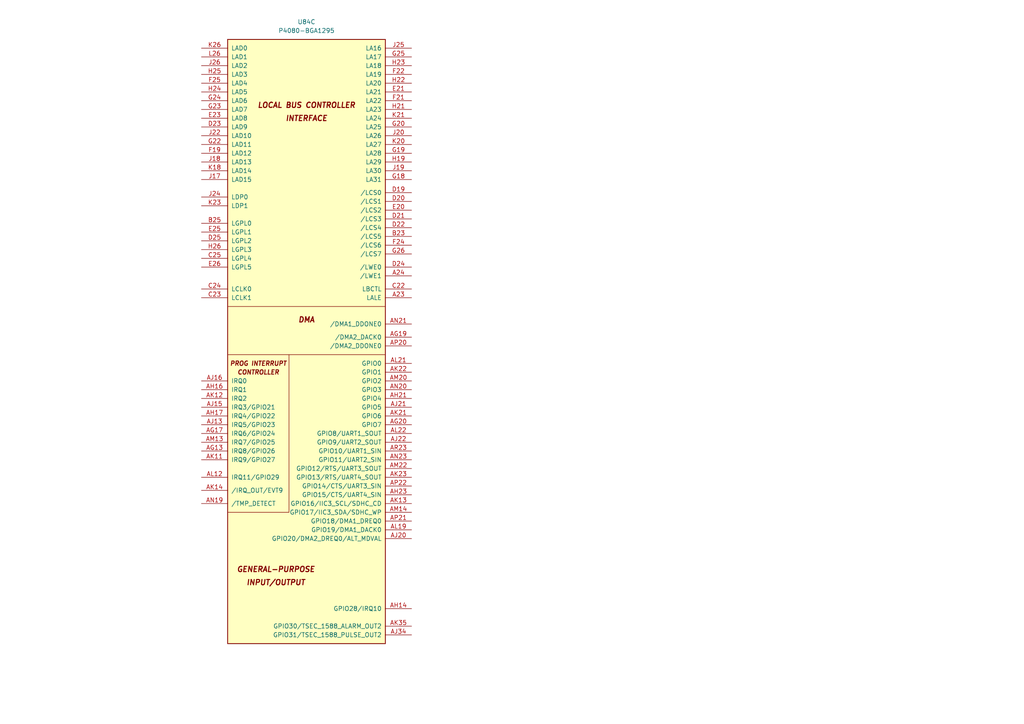
<source format=kicad_sch>
(kicad_sch (version 20250114) (generator "eeschema") (generator_version "9.0")
  (paper "A4")
  (lib_symbols
    (symbol "CPU:P4080-BGA1295" (pin_names (offset 1.016))
      (property "Reference" "U" (at 1.27 19.05 0))
      (property "Value" "P4080-BGA1295" (at 1.27 16.51 0))
      (symbol "P4080-BGA1295_1_1"
        (text "DDR SDRAM1" (at 1.27 26.67 900) (effects (font (size 2.54 2.54) (bold yes) (italic yes))))
        (pin bidirectional line (at -27.94 99.06 0) (length 7.62) (name "D1_MDQ0") (number "A17"))
        (pin bidirectional line (at -27.94 96.52 0) (length 7.62) (name "D1_MDQ1") (number "D17"))
        (pin bidirectional line (at -27.94 93.98 0) (length 7.62) (name "D1_MDQ2") (number "C14"))
        (pin bidirectional line (at -27.94 91.44 0) (length 7.62) (name "D1_MDQ3") (number "A14"))
        (pin bidirectional line (at -27.94 88.9 0) (length 7.62) (name "D1_MDQ4") (number "C17"))
        (pin bidirectional line (at -27.94 86.36 0) (length 7.62) (name "D1_MDQ5") (number "B17"))
        (pin bidirectional line (at -27.94 83.82 0) (length 7.62) (name "D1_MDQ6") (number "A15"))
        (pin bidirectional line (at -27.94 81.28 0) (length 7.62) (name "D1_MDQ7") (number "B15"))
        (pin bidirectional line (at -27.94 78.74 0) (length 7.62) (name "D1_MDQ8") (number "D15"))
        (pin bidirectional line (at -27.94 76.2 0) (length 7.62) (name "D1_MDQ9") (number "G15"))
        (pin bidirectional line (at -27.94 73.66 0) (length 7.62) (name "D1_MDQ10") (number "E12"))
        (pin bidirectional line (at -27.94 71.12 0) (length 7.62) (name "D1_MDQ11") (number "G12"))
        (pin bidirectional line (at -27.94 68.58 0) (length 7.62) (name "D1_MDQ12") (number "F16"))
        (pin bidirectional line (at -27.94 66.04 0) (length 7.62) (name "D1_MDQ13") (number "E15"))
        (pin bidirectional line (at -27.94 63.5 0) (length 7.62) (name "D1_MDQ14") (number "E13"))
        (pin bidirectional line (at -27.94 60.96 0) (length 7.62) (name "D1_MDQ15") (number "F13"))
        (pin bidirectional line (at -27.94 58.42 0) (length 7.62) (name "D1_MDQ16") (number "C8"))
        (pin bidirectional line (at -27.94 55.88 0) (length 7.62) (name "D1_MDQ17") (number "D12"))
        (pin bidirectional line (at -27.94 53.34 0) (length 7.62) (name "D1_MDQ18") (number "E9"))
        (pin bidirectional line (at -27.94 50.8 0) (length 7.62) (name "D1_MDQ19") (number "E10"))
        (pin bidirectional line (at -27.94 48.26 0) (length 7.62) (name "D1_MDQ20") (number "C11"))
        (pin bidirectional line (at -27.94 45.72 0) (length 7.62) (name "D1_MDQ21") (number "C10"))
        (pin bidirectional line (at -27.94 43.18 0) (length 7.62) (name "D1_MDQ22") (number "E6"))
        (pin bidirectional line (at -27.94 40.64 0) (length 7.62) (name "D1_MDQ23") (number "E7"))
        (pin bidirectional line (at -27.94 38.1 0) (length 7.62) (name "D1_MDQ24") (number "F7"))
        (pin bidirectional line (at -27.94 35.56 0) (length 7.62) (name "D1_MDQ25") (number "F11"))
        (pin bidirectional line (at -27.94 33.02 0) (length 7.62) (name "D1_MDQ26") (number "H10"))
        (pin bidirectional line (at -27.94 30.48 0) (length 7.62) (name "D1_MDQ27") (number "J10"))
        (pin bidirectional line (at -27.94 27.94 0) (length 7.62) (name "D1_MDQ28") (number "F10"))
        (pin bidirectional line (at -27.94 25.4 0) (length 7.62) (name "D1_MDQ29") (number "F8"))
        (pin bidirectional line (at -27.94 22.86 0) (length 7.62) (name "D1_MDQ30") (number "H7"))
        (pin bidirectional line (at -27.94 20.32 0) (length 7.62) (name "D1_MDQ31") (number "H9"))
        (pin bidirectional line (at -27.94 17.78 0) (length 7.62) (name "D1_MDQ32") (number "AC7"))
        (pin bidirectional line (at -27.94 15.24 0) (length 7.62) (name "D1_MDQ33") (number "AC6"))
        (pin bidirectional line (at -27.94 12.7 0) (length 7.62) (name "D1_MDQ34") (number "AF6"))
        (pin bidirectional line (at -27.94 10.16 0) (length 7.62) (name "D1_MDQ35") (number "AF7"))
        (pin bidirectional line (at -27.94 7.62 0) (length 7.62) (name "D1_MDQ36") (number "AB5"))
        (pin bidirectional line (at -27.94 5.08 0) (length 7.62) (name "D1_MDQ37") (number "AB6"))
        (pin bidirectional line (at -27.94 2.54 0) (length 7.62) (name "D1_MDQ38") (number "AE5"))
        (pin bidirectional line (at -27.94 0 0) (length 7.62) (name "D1_MDQ39") (number "AE6"))
        (pin bidirectional line (at -27.94 -2.54 0) (length 7.62) (name "D1_MDQ40") (number "AG5"))
        (pin bidirectional line (at -27.94 -5.08 0) (length 7.62) (name "D1_MDQ41") (number "AH9"))
        (pin bidirectional line (at -27.94 -7.62 0) (length 7.62) (name "D1_MDQ42") (number "AJ9"))
        (pin bidirectional line (at -27.94 -10.16 0) (length 7.62) (name "D1_MDQ43") (number "AJ10"))
        (pin bidirectional line (at -27.94 -12.7 0) (length 7.62) (name "D1_MDQ44") (number "AG8"))
        (pin bidirectional line (at -27.94 -15.24 0) (length 7.62) (name "D1_MDQ45") (number "AG7"))
        (pin bidirectional line (at -27.94 -17.78 0) (length 7.62) (name "D1_MDQ46") (number "AJ6"))
        (pin bidirectional line (at -27.94 -20.32 0) (length 7.62) (name "D1_MDQ47") (number "AJ7"))
        (pin bidirectional line (at -27.94 -22.86 0) (length 7.62) (name "D1_MDQ48") (number "AL9"))
        (pin bidirectional line (at -27.94 -25.4 0) (length 7.62) (name "D1_MDQ49") (number "AL8"))
        (pin bidirectional line (at -27.94 -27.94 0) (length 7.62) (name "D1_MDQ50") (number "AN10"))
        (pin bidirectional line (at -27.94 -30.48 0) (length 7.62) (name "D1_MDQ51") (number "AN11"))
        (pin bidirectional line (at -27.94 -33.02 0) (length 7.62) (name "D1_MDQ52") (number "AK8"))
        (pin bidirectional line (at -27.94 -35.56 0) (length 7.62) (name "D1_MDQ53") (number "AK7"))
        (pin bidirectional line (at -27.94 -38.1 0) (length 7.62) (name "D1_MDQ54") (number "AN7"))
        (pin bidirectional line (at -27.94 -40.64 0) (length 7.62) (name "D1_MDQ55") (number "AN8"))
        (pin bidirectional line (at -27.94 -43.18 0) (length 7.62) (name "D1_MDQ56") (number "AT9"))
        (pin bidirectional line (at -27.94 -45.72 0) (length 7.62) (name "D1_MDQ57") (number "AR10"))
        (pin bidirectional line (at -27.94 -48.26 0) (length 7.62) (name "D1_MDQ58") (number "AT13"))
        (pin bidirectional line (at -27.94 -50.8 0) (length 7.62) (name "D1_MDQ59") (number "AR13"))
        (pin bidirectional line (at -27.94 -53.34 0) (length 7.62) (name "D1_MDQ60") (number "AP9"))
        (pin bidirectional line (at -27.94 -55.88 0) (length 7.62) (name "D1_MDQ61") (number "AR9"))
        (pin bidirectional line (at -27.94 -58.42 0) (length 7.62) (name "D1_MDQ62") (number "AR12"))
        (pin bidirectional line (at -27.94 -60.96 0) (length 7.62) (name "D1_MDQ63") (number "AP12"))
        (pin bidirectional line (at -27.94 -64.77 0) (length 7.62) (name "D1_MECC0") (number "K9"))
        (pin bidirectional line (at -27.94 -67.31 0) (length 7.62) (name "D1_MECC1") (number "J5"))
        (pin bidirectional line (at -27.94 -69.85 0) (length 7.62) (name "D1_MECC2") (number "L10"))
        (pin bidirectional line (at -27.94 -72.39 0) (length 7.62) (name "D1_MECC3") (number "M10"))
        (pin bidirectional line (at -27.94 -74.93 0) (length 7.62) (name "D1_MECC4") (number "J8"))
        (pin bidirectional line (at -27.94 -77.47 0) (length 7.62) (name "D1_MECC5") (number "J7"))
        (pin bidirectional line (at -27.94 -80.01 0) (length 7.62) (name "D1_MECC6") (number "L7"))
        (pin bidirectional line (at -27.94 -82.55 0) (length 7.62) (name "D1_MECC7") (number "L9"))
        (pin input line (at -27.94 -86.36 0) (length 7.62) (name "/D1_MAPAR_ERR") (number "N8"))
        (pin output line (at -27.94 -88.9 0) (length 7.62) (name "D1_MAPAR_OUT") (number "Y7"))
        (pin bidirectional line (at -27.94 -92.71 0) (length 7.62) (name "D1_MDIC0") (number "T6"))
        (pin bidirectional line (at -27.94 -95.25 0) (length 7.62) (name "D1_MDIC1") (number "AA5"))
        (pin output line (at 30.48 99.06 180) (length 7.62) (name "D1_MBA0") (number "AA8"))
        (pin output line (at 30.48 96.52 180) (length 7.62) (name "D1_MBA1") (number "Y10"))
        (pin output line (at 30.48 93.98 180) (length 7.62) (name "D1_MBA2") (number "M8"))
        (pin output line (at 30.48 90.17 180) (length 7.62) (name "D1_MA0") (number "Y9"))
        (pin output line (at 30.48 87.63 180) (length 7.62) (name "D1_MA1") (number "U6"))
        (pin output line (at 30.48 85.09 180) (length 7.62) (name "D1_MA2") (number "U7"))
        (pin output line (at 30.48 82.55 180) (length 7.62) (name "D1_MA3") (number "U9"))
        (pin output line (at 30.48 80.01 180) (length 7.62) (name "D1_MA4") (number "U10"))
        (pin output line (at 30.48 77.47 180) (length 7.62) (name "D1_MA5") (number "T8"))
        (pin output line (at 30.48 74.93 180) (length 7.62) (name "D1_MA6") (number "T9"))
        (pin output line (at 30.48 72.39 180) (length 7.62) (name "D1_MA7") (number "R8"))
        (pin output line (at 30.48 69.85 180) (length 7.62) (name "D1_MA8") (number "R7"))
        (pin output line (at 30.48 67.31 180) (length 7.62) (name "D1_MA9") (number "P6"))
        (pin output line (at 30.48 64.77 180) (length 7.62) (name "D1_MA10") (number "AA7"))
        (pin output line (at 30.48 62.23 180) (length 7.62) (name "D1_MA11") (number "P7"))
        (pin output line (at 30.48 59.69 180) (length 7.62) (name "D1_MA12") (number "N6"))
        (pin output line (at 30.48 57.15 180) (length 7.62) (name "D1_MA13") (number "AE8"))
        (pin output line (at 30.48 54.61 180) (length 7.62) (name "D1_MA14") (number "M7"))
        (pin output line (at 30.48 52.07 180) (length 7.62) (name "D1_MA15") (number "L6"))
        (pin output line (at 30.48 48.26 180) (length 7.62) (name "/D1_MWE") (number "AB8"))
        (pin output line (at 30.48 45.72 180) (length 7.62) (name "/D1_MRAS") (number "AA10"))
        (pin output line (at 30.48 43.18 180) (length 7.62) (name "/D1_MCAS") (number "AC10"))
        (pin output line (at 30.48 39.37 180) (length 7.62) (name "/D1_MCS0") (number "AC9"))
        (pin output line (at 30.48 36.83 180) (length 7.62) (name "/D1_MCS1") (number "AE9"))
        (pin output line (at 30.48 34.29 180) (length 7.62) (name "/D1_MCS2") (number "AB9"))
        (pin output line (at 30.48 31.75 180) (length 7.62) (name "/D1_MCS3") (number "AF9"))
        (pin output line (at 30.48 27.94 180) (length 7.62) (name "D1_MCKE0") (number "P10"))
        (pin output line (at 30.48 25.4 180) (length 7.62) (name "D1_MCKE1") (number "R10"))
        (pin output line (at 30.48 22.86 180) (length 7.62) (name "D1_MCKE2") (number "P9"))
        (pin output line (at 30.48 20.32 180) (length 7.62) (name "D1_MCKE3") (number "N9"))
        (pin output line (at 30.48 16.51 180) (length 7.62) (name "D1_MCK0") (number "W6"))
        (pin output line (at 30.48 13.97 180) (length 7.62) (name "D1_MCK1") (number "V6"))
        (pin output line (at 30.48 11.43 180) (length 7.62) (name "D1_MCK2") (number "V8"))
        (pin output line (at 30.48 8.89 180) (length 7.62) (name "D1_MCK3") (number "W9"))
        (pin output line (at 30.48 6.35 180) (length 7.62) (name "D1_MCK4") (number "F1"))
        (pin output line (at 30.48 3.81 180) (length 7.62) (name "D1_MCK5") (number "AL1"))
        (pin output line (at 30.48 0 180) (length 7.62) (name "/D1_MCK0") (number "W5"))
        (pin output line (at 30.48 -2.54 180) (length 7.62) (name "/D1_MCK1") (number "V5"))
        (pin output line (at 30.48 -5.08 180) (length 7.62) (name "/D1_MCK2") (number "V9"))
        (pin output line (at 30.48 -7.62 180) (length 7.62) (name "/D1_MCK3") (number "W8"))
        (pin output line (at 30.48 -10.16 180) (length 7.62) (name "/D1_MCK4") (number "F2"))
        (pin output line (at 30.48 -12.7 180) (length 7.62) (name "/D1_MCK5") (number "AL2"))
        (pin output line (at 30.48 -16.51 180) (length 7.62) (name "D1_MODT0") (number "AD10"))
        (pin output line (at 30.48 -19.05 180) (length 7.62) (name "D1_MODT1") (number "AG10"))
        (pin output line (at 30.48 -21.59 180) (length 7.62) (name "D1_MODT2") (number "AD8"))
        (pin output line (at 30.48 -24.13 180) (length 7.62) (name "D1_MODT3") (number "AF10"))
        (pin output line (at 30.48 -27.94 180) (length 7.62) (name "D1_MDM0") (number "A16"))
        (pin output line (at 30.48 -30.48 180) (length 7.62) (name "D1_MDM1") (number "D14"))
        (pin output line (at 30.48 -33.02 180) (length 7.62) (name "D1_MDM2") (number "D11"))
        (pin output line (at 30.48 -35.56 180) (length 7.62) (name "D1_MDM3") (number "G11"))
        (pin output line (at 30.48 -38.1 180) (length 7.62) (name "D1_MDM4") (number "AD7"))
        (pin output line (at 30.48 -40.64 180) (length 7.62) (name "D1_MDM5") (number "AH8"))
        (pin output line (at 30.48 -43.18 180) (length 7.62) (name "D1_MDM6") (number "AL11"))
        (pin output line (at 30.48 -45.72 180) (length 7.62) (name "D1_MDM7") (number "AT10"))
        (pin output line (at 30.48 -48.26 180) (length 7.62) (name "D1_MDM8") (number "K8"))
        (pin bidirectional line (at 30.48 -52.07 180) (length 7.62) (name "D1_MDQS0") (number "C16"))
        (pin bidirectional line (at 30.48 -54.61 180) (length 7.62) (name "D1_MDQS1") (number "G14"))
        (pin bidirectional line (at 30.48 -57.15 180) (length 7.62) (name "D1_MDQS2") (number "D9"))
        (pin bidirectional line (at 30.48 -59.69 180) (length 7.62) (name "D1_MDQS3") (number "G9"))
        (pin bidirectional line (at 30.48 -62.23 180) (length 7.62) (name "D1_MDQS4") (number "AD5"))
        (pin bidirectional line (at 30.48 -64.77 180) (length 7.62) (name "D1_MDQS5") (number "AH6"))
        (pin bidirectional line (at 30.48 -67.31 180) (length 7.62) (name "D1_MDQS6") (number "AM10"))
        (pin bidirectional line (at 30.48 -69.85 180) (length 7.62) (name "D1_MDQS7") (number "AT12"))
        (pin bidirectional line (at 30.48 -72.39 180) (length 7.62) (name "D1_MDQS8") (number "K6"))
        (pin bidirectional line (at 30.48 -76.2 180) (length 7.62) (name "/D1_MDQS0") (number "B16"))
        (pin bidirectional line (at 30.48 -78.74 180) (length 7.62) (name "/D1_MDQS1") (number "F14"))
        (pin bidirectional line (at 30.48 -81.28 180) (length 7.62) (name "/D1_MDQS2") (number "D8"))
        (pin bidirectional line (at 30.48 -83.82 180) (length 7.62) (name "/D1_MDQS3") (number "G8"))
        (pin bidirectional line (at 30.48 -86.36 180) (length 7.62) (name "/D1_MDQS4") (number "AD4"))
        (pin bidirectional line (at 30.48 -88.9 180) (length 7.62) (name "/D1_MDQS5") (number "AH5"))
        (pin bidirectional line (at 30.48 -91.44 180) (length 7.62) (name "/D1_MDQS6") (number "AM9"))
        (pin bidirectional line (at 30.48 -93.98 180) (length 7.62) (name "/D1_MDQS7") (number "AT11"))
        (pin bidirectional line (at 30.48 -96.52 180) (length 7.62) (name "/D1_MDQS8") (number "K5"))
      )
      (symbol "P4080-BGA1295_2_1"
        (text "DDR SDRAM2" (at 1.27 26.67 900) (effects (font (size 2.54 2.54) (bold yes) (italic yes))))
        (pin bidirectional line (at -27.94 99.06 0) (length 7.62) (name "D2_MDQ0") (number "C13"))
        (pin bidirectional line (at -27.94 96.52 0) (length 7.62) (name "D2_MDQ1") (number "A12"))
        (pin bidirectional line (at -27.94 93.98 0) (length 7.62) (name "D2_MDQ2") (number "B9"))
        (pin bidirectional line (at -27.94 91.44 0) (length 7.62) (name "D2_MDQ3") (number "A8"))
        (pin bidirectional line (at -27.94 88.9 0) (length 7.62) (name "D2_MDQ4") (number "A13"))
        (pin bidirectional line (at -27.94 86.36 0) (length 7.62) (name "D2_MDQ5") (number "B13"))
        (pin bidirectional line (at -27.94 83.82 0) (length 7.62) (name "D2_MDQ6") (number "B10"))
        (pin bidirectional line (at -27.94 81.28 0) (length 7.62) (name "D2_MDQ7") (number "A9"))
        (pin bidirectional line (at -27.94 78.74 0) (length 7.62) (name "D2_MDQ8") (number "A7"))
        (pin bidirectional line (at -27.94 76.2 0) (length 7.62) (name "D2_MDQ9") (number "D6"))
        (pin bidirectional line (at -27.94 73.66 0) (length 7.62) (name "D2_MDQ10") (number "A4"))
        (pin bidirectional line (at -27.94 71.12 0) (length 7.62) (name "D2_MDQ11") (number "B4"))
        (pin bidirectional line (at -27.94 68.58 0) (length 7.62) (name "D2_MDQ12") (number "C7"))
        (pin bidirectional line (at -27.94 66.04 0) (length 7.62) (name "D2_MDQ13") (number "B7"))
        (pin bidirectional line (at -27.94 63.5 0) (length 7.62) (name "D2_MDQ14") (number "C5"))
        (pin bidirectional line (at -27.94 60.96 0) (length 7.62) (name "D2_MDQ15") (number "D5"))
        (pin bidirectional line (at -27.94 58.42 0) (length 7.62) (name "D2_MDQ16") (number "B1"))
        (pin bidirectional line (at -27.94 55.88 0) (length 7.62) (name "D2_MDQ17") (number "B3"))
        (pin bidirectional line (at -27.94 53.34 0) (length 7.62) (name "D2_MDQ18") (number "D3"))
        (pin bidirectional line (at -27.94 50.8 0) (length 7.62) (name "D2_MDQ19") (number "E1"))
        (pin bidirectional line (at -27.94 48.26 0) (length 7.62) (name "D2_MDQ20") (number "A3"))
        (pin bidirectional line (at -27.94 45.72 0) (length 7.62) (name "D2_MDQ21") (number "A2"))
        (pin bidirectional line (at -27.94 43.18 0) (length 7.62) (name "D2_MDQ22") (number "D1"))
        (pin bidirectional line (at -27.94 40.64 0) (length 7.62) (name "D2_MDQ23") (number "D2"))
        (pin bidirectional line (at -27.94 38.1 0) (length 7.62) (name "D2_MDQ24") (number "F4"))
        (pin bidirectional line (at -27.94 35.56 0) (length 7.62) (name "D2_MDQ25") (number "F5"))
        (pin bidirectional line (at -27.94 33.02 0) (length 7.62) (name "D2_MDQ26") (number "H4"))
        (pin bidirectional line (at -27.94 30.48 0) (length 7.62) (name "D2_MDQ27") (number "H6"))
        (pin bidirectional line (at -27.94 27.94 0) (length 7.62) (name "D2_MDQ28") (number "E4"))
        (pin bidirectional line (at -27.94 25.4 0) (length 7.62) (name "D2_MDQ29") (number "E3"))
        (pin bidirectional line (at -27.94 22.86 0) (length 7.62) (name "D2_MDQ30") (number "H3"))
        (pin bidirectional line (at -27.94 20.32 0) (length 7.62) (name "D2_MDQ31") (number "H1"))
        (pin bidirectional line (at -27.94 17.78 0) (length 7.62) (name "D2_MDQ32") (number "AG4"))
        (pin bidirectional line (at -27.94 15.24 0) (length 7.62) (name "D2_MDQ33") (number "AG2"))
        (pin bidirectional line (at -27.94 12.7 0) (length 7.62) (name "D2_MDQ34") (number "AJ3"))
        (pin bidirectional line (at -27.94 10.16 0) (length 7.62) (name "D2_MDQ35") (number "AJ1"))
        (pin bidirectional line (at -27.94 7.62 0) (length 7.62) (name "D2_MDQ36") (number "AF4"))
        (pin bidirectional line (at -27.94 5.08 0) (length 7.62) (name "D2_MDQ37") (number "AF3"))
        (pin bidirectional line (at -27.94 2.54 0) (length 7.62) (name "D2_MDQ38") (number "AH1"))
        (pin bidirectional line (at -27.94 0 0) (length 7.62) (name "D2_MDQ39") (number "AJ4"))
        (pin bidirectional line (at -27.94 -2.54 0) (length 7.62) (name "D2_MDQ40") (number "AL6"))
        (pin bidirectional line (at -27.94 -5.08 0) (length 7.62) (name "D2_MDQ41") (number "AL5"))
        (pin bidirectional line (at -27.94 -7.62 0) (length 7.62) (name "D2_MDQ42") (number "AN4"))
        (pin bidirectional line (at -27.94 -10.16 0) (length 7.62) (name "D2_MDQ43") (number "AN5"))
        (pin bidirectional line (at -27.94 -12.7 0) (length 7.62) (name "D2_MDQ44") (number "AK5"))
        (pin bidirectional line (at -27.94 -15.24 0) (length 7.62) (name "D2_MDQ45") (number "AK4"))
        (pin bidirectional line (at -27.94 -17.78 0) (length 7.62) (name "D2_MDQ46") (number "AM6"))
        (pin bidirectional line (at -27.94 -20.32 0) (length 7.62) (name "D2_MDQ47") (number "AM7"))
        (pin bidirectional line (at -27.94 -22.86 0) (length 7.62) (name "D2_MDQ48") (number "AN1"))
        (pin bidirectional line (at -27.94 -25.4 0) (length 7.62) (name "D2_MDQ49") (number "AP3"))
        (pin bidirectional line (at -27.94 -27.94 0) (length 7.62) (name "D2_MDQ50") (number "AT1"))
        (pin bidirectional line (at -27.94 -30.48 0) (length 7.62) (name "D2_MDQ51") (number "AT2"))
        (pin bidirectional line (at -27.94 -33.02 0) (length 7.62) (name "D2_MDQ52") (number "AM1"))
        (pin bidirectional line (at -27.94 -35.56 0) (length 7.62) (name "D2_MDQ53") (number "AN2"))
        (pin bidirectional line (at -27.94 -38.1 0) (length 7.62) (name "D2_MDQ54") (number "AR3"))
        (pin bidirectional line (at -27.94 -40.64 0) (length 7.62) (name "D2_MDQ55") (number "AT3"))
        (pin bidirectional line (at -27.94 -43.18 0) (length 7.62) (name "D2_MDQ56") (number "AP5"))
        (pin bidirectional line (at -27.94 -45.72 0) (length 7.62) (name "D2_MDQ57") (number "AT5"))
        (pin bidirectional line (at -27.94 -48.26 0) (length 7.62) (name "D2_MDQ58") (number "AP8"))
        (pin bidirectional line (at -27.94 -50.8 0) (length 7.62) (name "D2_MDQ59") (number "AT8"))
        (pin bidirectional line (at -27.94 -53.34 0) (length 7.62) (name "D2_MDQ60") (number "AR4"))
        (pin bidirectional line (at -27.94 -55.88 0) (length 7.62) (name "D2_MDQ61") (number "AT4"))
        (pin bidirectional line (at -27.94 -58.42 0) (length 7.62) (name "D2_MDQ62") (number "AR7"))
        (pin bidirectional line (at -27.94 -60.96 0) (length 7.62) (name "D2_MDQ63") (number "AT7"))
        (pin bidirectional line (at -27.94 -64.77 0) (length 7.62) (name "D2_MECC0") (number "J1"))
        (pin bidirectional line (at -27.94 -67.31 0) (length 7.62) (name "D2_MECC1") (number "K3"))
        (pin bidirectional line (at -27.94 -69.85 0) (length 7.62) (name "D2_MECC2") (number "M5"))
        (pin bidirectional line (at -27.94 -72.39 0) (length 7.62) (name "D2_MECC3") (number "N5"))
        (pin bidirectional line (at -27.94 -74.93 0) (length 7.62) (name "D2_MECC4") (number "J4"))
        (pin bidirectional line (at -27.94 -77.47 0) (length 7.62) (name "D2_MECC5") (number "J2"))
        (pin bidirectional line (at -27.94 -80.01 0) (length 7.62) (name "D2_MECC6") (number "L3"))
        (pin bidirectional line (at -27.94 -82.55 0) (length 7.62) (name "D2_MECC7") (number "L4"))
        (pin input line (at -27.94 -86.36 0) (length 7.62) (name "/D2_MAPA_ERR") (number "N2"))
        (pin output line (at -27.94 -88.9 0) (length 7.62) (name "D2_MAPAR_OUT") (number "Y1"))
        (pin bidirectional line (at -27.94 -92.71 0) (length 7.62) (name "D2_MDIC0") (number "AA4"))
        (pin bidirectional line (at -27.94 -95.25 0) (length 7.62) (name "D2_MDIC1") (number "Y6"))
        (pin output line (at 30.48 99.06 180) (length 7.62) (name "D2_MBA0") (number "AA3"))
        (pin output line (at 30.48 96.52 180) (length 7.62) (name "D2_MBA1") (number "AA1"))
        (pin output line (at 30.48 93.98 180) (length 7.62) (name "D2_MBA2") (number "M1"))
        (pin output line (at 30.48 90.17 180) (length 7.62) (name "D2_MA0") (number "Y4"))
        (pin output line (at 30.48 87.63 180) (length 7.62) (name "D2_MA1") (number "U1"))
        (pin output line (at 30.48 85.09 180) (length 7.62) (name "D2_MA2") (number "U4"))
        (pin output line (at 30.48 82.55 180) (length 7.62) (name "D2_MA3") (number "T1"))
        (pin output line (at 30.48 80.01 180) (length 7.62) (name "D2_MA4") (number "T2"))
        (pin output line (at 30.48 77.47 180) (length 7.62) (name "D2_MA5") (number "T3"))
        (pin output line (at 30.48 74.93 180) (length 7.62) (name "D2_MA6") (number "R1"))
        (pin output line (at 30.48 72.39 180) (length 7.62) (name "D2_MA7") (number "R4"))
        (pin output line (at 30.48 69.85 180) (length 7.62) (name "D2_MA8") (number "R2"))
        (pin output line (at 30.48 67.31 180) (length 7.62) (name "D2_MA9") (number "P1"))
        (pin output line (at 30.48 64.77 180) (length 7.62) (name "D2_MA10") (number "AA2"))
        (pin output line (at 30.48 62.23 180) (length 7.62) (name "D2_MA11") (number "P3"))
        (pin output line (at 30.48 59.69 180) (length 7.62) (name "D2_MA12") (number "N1"))
        (pin output line (at 30.48 57.15 180) (length 7.62) (name "D2_MA13") (number "AC4"))
        (pin output line (at 30.48 54.61 180) (length 7.62) (name "D2_MA14") (number "N3"))
        (pin output line (at 30.48 52.07 180) (length 7.62) (name "D2_MA15") (number "M2"))
        (pin output line (at 30.48 48.26 180) (length 7.62) (name "/D2_MWE") (number "AB2"))
        (pin output line (at 30.48 45.72 180) (length 7.62) (name "/D2_MRAS") (number "AB1"))
        (pin output line (at 30.48 43.18 180) (length 7.62) (name "/D2_MCAS") (number "AC3"))
        (pin output line (at 30.48 39.37 180) (length 7.62) (name "/D2_MCS0") (number "AC1"))
        (pin output line (at 30.48 36.83 180) (length 7.62) (name "/D2_MCS1") (number "AE1"))
        (pin output line (at 30.48 34.29 180) (length 7.62) (name "/D2_MCS2") (number "AB3"))
        (pin output line (at 30.48 31.75 180) (length 7.62) (name "/D2_MCS3") (number "AE2"))
        (pin output line (at 30.48 27.94 180) (length 7.62) (name "D2_MCKE0") (number "R5"))
        (pin output line (at 30.48 25.4 180) (length 7.62) (name "D2_MCKE1") (number "T5"))
        (pin output line (at 30.48 22.86 180) (length 7.62) (name "D2_MCKE2") (number "P4"))
        (pin output line (at 30.48 20.32 180) (length 7.62) (name "D2_MCKE3") (number "M4"))
        (pin output line (at 30.48 16.51 180) (length 7.62) (name "D2_MCK0") (number "W3"))
        (pin output line (at 30.48 13.97 180) (length 7.62) (name "D2_MCK1") (number "V3"))
        (pin output line (at 30.48 11.43 180) (length 7.62) (name "D2_MCK2") (number "V1"))
        (pin output line (at 30.48 8.89 180) (length 7.62) (name "D2_MCK3") (number "W2"))
        (pin output line (at 30.48 6.35 180) (length 7.62) (name "D2_MCK4") (number "G1"))
        (pin output line (at 30.48 3.81 180) (length 7.62) (name "D2_MCK5") (number "AK2"))
        (pin output line (at 30.48 0 180) (length 7.62) (name "/D2_MCK0") (number "W4"))
        (pin output line (at 30.48 -2.54 180) (length 7.62) (name "/D2_MCK1") (number "V4"))
        (pin output line (at 30.48 -5.08 180) (length 7.62) (name "/D2_MCK2") (number "V2"))
        (pin output line (at 30.48 -7.62 180) (length 7.62) (name "/D2_MCK3") (number "W1"))
        (pin output line (at 30.48 -10.16 180) (length 7.62) (name "/D2_MCK4") (number "G2"))
        (pin output line (at 30.48 -12.7 180) (length 7.62) (name "/D2_MCK5") (number "AK1"))
        (pin output line (at 30.48 -16.51 180) (length 7.62) (name "D2_MODT0") (number "AD2"))
        (pin output line (at 30.48 -19.05 180) (length 7.62) (name "D2_MODT1") (number "AF1"))
        (pin output line (at 30.48 -21.59 180) (length 7.62) (name "D2_MODT2") (number "AD1"))
        (pin output line (at 30.48 -24.13 180) (length 7.62) (name "D2_MODT3") (number "AE3"))
        (pin output line (at 30.48 -27.94 180) (length 7.62) (name "D2_MDM0") (number "B12"))
        (pin output line (at 30.48 -30.48 180) (length 7.62) (name "D2_MDM1") (number "B6"))
        (pin output line (at 30.48 -33.02 180) (length 7.62) (name "D2_MDM2") (number "C4"))
        (pin output line (at 30.48 -35.56 180) (length 7.62) (name "D2_MDM3") (number "G3"))
        (pin output line (at 30.48 -38.1 180) (length 7.62) (name "D2_MDM4") (number "AG1"))
        (pin output line (at 30.48 -40.64 180) (length 7.62) (name "D2_MDM5") (number "AL3"))
        (pin output line (at 30.48 -43.18 180) (length 7.62) (name "D2_MDM6") (number "AP2"))
        (pin output line (at 30.48 -45.72 180) (length 7.62) (name "D2_MDM7") (number "AP6"))
        (pin output line (at 30.48 -48.26 180) (length 7.62) (name "D2_MDM8") (number "K2"))
        (pin bidirectional line (at 30.48 -52.07 180) (length 7.62) (name "D2_MDQS0") (number "A10"))
        (pin bidirectional line (at 30.48 -54.61 180) (length 7.62) (name "D2_MDQS1") (number "A5"))
        (pin bidirectional line (at 30.48 -57.15 180) (length 7.62) (name "D2_MDQS2") (number "C2"))
        (pin bidirectional line (at 30.48 -59.69 180) (length 7.62) (name "D2_MDQS3") (number "G6"))
        (pin bidirectional line (at 30.48 -62.23 180) (length 7.62) (name "D2_MDQS4") (number "AH2"))
        (pin bidirectional line (at 30.48 -64.77 180) (length 7.62) (name "D2_MDQS5") (number "AM4"))
        (pin bidirectional line (at 30.48 -67.31 180) (length 7.62) (name "D2_MDQS6") (number "AR1"))
        (pin bidirectional line (at 30.48 -69.85 180) (length 7.62) (name "D2_MDQS7") (number "AR6"))
        (pin bidirectional line (at 30.48 -72.39 180) (length 7.62) (name "D2_MDQS8") (number "L1"))
        (pin bidirectional line (at 30.48 -76.2 180) (length 7.62) (name "/D2_MDQS0") (number "A11"))
        (pin bidirectional line (at 30.48 -78.74 180) (length 7.62) (name "/D2_MDQS1") (number "A6"))
        (pin bidirectional line (at 30.48 -81.28 180) (length 7.62) (name "/D2_MDQS2") (number "C1"))
        (pin bidirectional line (at 30.48 -83.82 180) (length 7.62) (name "/D2_MDQS3") (number "G5"))
        (pin bidirectional line (at 30.48 -86.36 180) (length 7.62) (name "/D2_MDQS4") (number "AH3"))
        (pin bidirectional line (at 30.48 -88.9 180) (length 7.62) (name "/D2_MDQS5") (number "AM3"))
        (pin bidirectional line (at 30.48 -91.44 180) (length 7.62) (name "/D2_MDQS6") (number "AP1"))
        (pin bidirectional line (at 30.48 -93.98 180) (length 7.62) (name "/D2_MDQS7") (number "AT6"))
        (pin bidirectional line (at 30.48 -96.52 180) (length 7.62) (name "/D2_MDQS8") (number "K1"))
      )
      (symbol "P4080-BGA1295_3_1"
        (text "PROG INTERRUPT" (at -13.97 -5.08 0) (effects (font (size 1.27 1.27) (bold yes) (italic yes))))
        (text "CONTROLLER" (at -13.97 -7.62 0) (effects (font (size 1.27 1.27) (bold yes) (italic yes))))
        (text "GENERAL-PURPOSE" (at -8.89 -64.77 0) (effects (font (size 1.524 1.524) (bold yes) (italic yes))))
        (text "INPUT/OUTPUT" (at -8.89 -68.58 0) (effects (font (size 1.524 1.524) (bold yes) (italic yes))))
        (text "LOCAL BUS CONTROLLER" (at 0 69.85 0) (effects (font (size 1.524 1.524) (bold yes) (italic yes))))
        (text "INTERFACE" (at 0 66.04 0) (effects (font (size 1.524 1.524) (bold yes) (italic yes))))
        (text "DMA" (at 0 7.62 0) (effects (font (size 1.524 1.524) (bold yes) (italic yes))))
        (pin bidirectional line (at -30.48 86.36 0) (length 7.62) (name "LAD0") (number "K26"))
        (pin bidirectional line (at -30.48 83.82 0) (length 7.62) (name "LAD1") (number "L26"))
        (pin bidirectional line (at -30.48 81.28 0) (length 7.62) (name "LAD2") (number "J26"))
        (pin bidirectional line (at -30.48 78.74 0) (length 7.62) (name "LAD3") (number "H25"))
        (pin bidirectional line (at -30.48 76.2 0) (length 7.62) (name "LAD4") (number "F25"))
        (pin bidirectional line (at -30.48 73.66 0) (length 7.62) (name "LAD5") (number "H24"))
        (pin bidirectional line (at -30.48 71.12 0) (length 7.62) (name "LAD6") (number "G24"))
        (pin bidirectional line (at -30.48 68.58 0) (length 7.62) (name "LAD7") (number "G23"))
        (pin bidirectional line (at -30.48 66.04 0) (length 7.62) (name "LAD8") (number "E23"))
        (pin bidirectional line (at -30.48 63.5 0) (length 7.62) (name "LAD9") (number "D23"))
        (pin bidirectional line (at -30.48 60.96 0) (length 7.62) (name "LAD10") (number "J22"))
        (pin bidirectional line (at -30.48 58.42 0) (length 7.62) (name "LAD11") (number "G22"))
        (pin bidirectional line (at -30.48 55.88 0) (length 7.62) (name "LAD12") (number "F19"))
        (pin bidirectional line (at -30.48 53.34 0) (length 7.62) (name "LAD13") (number "J18"))
        (pin bidirectional line (at -30.48 50.8 0) (length 7.62) (name "LAD14") (number "K18"))
        (pin bidirectional line (at -30.48 48.26 0) (length 7.62) (name "LAD15") (number "J17"))
        (pin bidirectional line (at -30.48 43.18 0) (length 7.62) (name "LDP0") (number "J24"))
        (pin bidirectional line (at -30.48 40.64 0) (length 7.62) (name "LDP1") (number "K23"))
        (pin output line (at -30.48 35.56 0) (length 7.62) (name "LGPL0") (number "B25"))
        (pin output line (at -30.48 33.02 0) (length 7.62) (name "LGPL1") (number "E25"))
        (pin output line (at -30.48 30.48 0) (length 7.62) (name "LGPL2") (number "D25"))
        (pin output line (at -30.48 27.94 0) (length 7.62) (name "LGPL3") (number "H26"))
        (pin bidirectional line (at -30.48 25.4 0) (length 7.62) (name "LGPL4") (number "C25"))
        (pin output line (at -30.48 22.86 0) (length 7.62) (name "LGPL5") (number "E26"))
        (pin output line (at -30.48 16.51 0) (length 7.62) (name "LCLK0") (number "C24"))
        (pin output line (at -30.48 13.97 0) (length 7.62) (name "LCLK1") (number "C23"))
        (pin input line (at -30.48 -10.16 0) (length 7.62) (name "IRQ0") (number "AJ16"))
        (pin input line (at -30.48 -12.7 0) (length 7.62) (name "IRQ1") (number "AH16"))
        (pin input line (at -30.48 -15.24 0) (length 7.62) (name "IRQ2") (number "AK12"))
        (pin input line (at -30.48 -17.78 0) (length 7.62) (name "IRQ3/GPIO21") (number "AJ15"))
        (pin input line (at -30.48 -20.32 0) (length 7.62) (name "IRQ4/GPIO22") (number "AH17"))
        (pin input line (at -30.48 -22.86 0) (length 7.62) (name "IRQ5/GPIO23") (number "AJ13"))
        (pin input line (at -30.48 -25.4 0) (length 7.62) (name "IRQ6/GPIO24") (number "AG17"))
        (pin input line (at -30.48 -27.94 0) (length 7.62) (name "IRQ7/GPIO25") (number "AM13"))
        (pin input line (at -30.48 -30.48 0) (length 7.62) (name "IRQ8/GPIO26") (number "AG13"))
        (pin input line (at -30.48 -33.02 0) (length 7.62) (name "IRQ9/GPIO27") (number "AK11"))
        (pin input line (at -30.48 -38.1 0) (length 7.62) (name "IRQ11/GPIO29") (number "AL12"))
        (pin output line (at -30.48 -41.91 0) (length 7.62) (name "/IRQ_OUT/EVT9") (number "AK14"))
        (pin input line (at -30.48 -45.72 0) (length 7.62) (name "/TMP_DETECT") (number "AN19"))
        (pin output line (at 30.48 86.36 180) (length 7.62) (name "LA16") (number "J25"))
        (pin output line (at 30.48 83.82 180) (length 7.62) (name "LA17") (number "G25"))
        (pin output line (at 30.48 81.28 180) (length 7.62) (name "LA18") (number "H23"))
        (pin output line (at 30.48 78.74 180) (length 7.62) (name "LA19") (number "F22"))
        (pin output line (at 30.48 76.2 180) (length 7.62) (name "LA20") (number "H22"))
        (pin output line (at 30.48 73.66 180) (length 7.62) (name "LA21") (number "E21"))
        (pin output line (at 30.48 71.12 180) (length 7.62) (name "LA22") (number "F21"))
        (pin output line (at 30.48 68.58 180) (length 7.62) (name "LA23") (number "H21"))
        (pin output line (at 30.48 66.04 180) (length 7.62) (name "LA24") (number "K21"))
        (pin output line (at 30.48 63.5 180) (length 7.62) (name "LA25") (number "G20"))
        (pin output line (at 30.48 60.96 180) (length 7.62) (name "LA26") (number "J20"))
        (pin output line (at 30.48 58.42 180) (length 7.62) (name "LA27") (number "K20"))
        (pin output line (at 30.48 55.88 180) (length 7.62) (name "LA28") (number "G19"))
        (pin output line (at 30.48 53.34 180) (length 7.62) (name "LA29") (number "H19"))
        (pin output line (at 30.48 50.8 180) (length 7.62) (name "LA30") (number "J19"))
        (pin output line (at 30.48 48.26 180) (length 7.62) (name "LA31") (number "G18"))
        (pin output line (at 30.48 44.45 180) (length 7.62) (name "/LCS0") (number "D19"))
        (pin output line (at 30.48 41.91 180) (length 7.62) (name "/LCS1") (number "D20"))
        (pin output line (at 30.48 39.37 180) (length 7.62) (name "/LCS2") (number "E20"))
        (pin output line (at 30.48 36.83 180) (length 7.62) (name "/LCS3") (number "D21"))
        (pin output line (at 30.48 34.29 180) (length 7.62) (name "/LCS4") (number "D22"))
        (pin output line (at 30.48 31.75 180) (length 7.62) (name "/LCS5") (number "B23"))
        (pin output line (at 30.48 29.21 180) (length 7.62) (name "/LCS6") (number "F24"))
        (pin output line (at 30.48 26.67 180) (length 7.62) (name "/LCS7") (number "G26"))
        (pin output line (at 30.48 22.86 180) (length 7.62) (name "/LWE0") (number "D24"))
        (pin output line (at 30.48 20.32 180) (length 7.62) (name "/LWE1") (number "A24"))
        (pin output line (at 30.48 16.51 180) (length 7.62) (name "LBCTL") (number "C22"))
        (pin bidirectional line (at 30.48 13.97 180) (length 7.62) (name "LALE") (number "A23"))
        (pin output line (at 30.48 6.35 180) (length 7.62) (name "/DMA1_DDONE0") (number "AN21"))
        (pin output line (at 30.48 2.54 180) (length 7.62) (name "/DMA2_DACK0") (number "AG19"))
        (pin output line (at 30.48 0 180) (length 7.62) (name "/DMA2_DDONE0") (number "AP20"))
        (pin bidirectional line (at 30.48 -5.08 180) (length 7.62) (name "GPIO0") (number "AL21"))
        (pin bidirectional line (at 30.48 -7.62 180) (length 7.62) (name "GPIO1") (number "AK22"))
        (pin bidirectional line (at 30.48 -10.16 180) (length 7.62) (name "GPIO2") (number "AM20"))
        (pin bidirectional line (at 30.48 -12.7 180) (length 7.62) (name "GPIO3") (number "AN20"))
        (pin bidirectional line (at 30.48 -15.24 180) (length 7.62) (name "GPIO4") (number "AH21"))
        (pin bidirectional line (at 30.48 -17.78 180) (length 7.62) (name "GPIO5") (number "AJ21"))
        (pin bidirectional line (at 30.48 -20.32 180) (length 7.62) (name "GPIO6") (number "AK21"))
        (pin bidirectional line (at 30.48 -22.86 180) (length 7.62) (name "GPIO7") (number "AG20"))
        (pin bidirectional line (at 30.48 -25.4 180) (length 7.62) (name "GPIO8/UART1_SOUT") (number "AL22"))
        (pin bidirectional line (at 30.48 -27.94 180) (length 7.62) (name "GPIO9/UART2_SOUT") (number "AJ22"))
        (pin bidirectional line (at 30.48 -30.48 180) (length 7.62) (name "GPIO10/UART1_SIN") (number "AR23"))
        (pin bidirectional line (at 30.48 -33.02 180) (length 7.62) (name "GPIO11/UART2_SIN") (number "AN23"))
        (pin bidirectional line (at 30.48 -35.56 180) (length 7.62) (name "GPIO12/RTS/UART3_SOUT") (number "AM22"))
        (pin bidirectional line (at 30.48 -38.1 180) (length 7.62) (name "GPIO13/RTS/UART4_SOUT") (number "AK23"))
        (pin bidirectional line (at 30.48 -40.64 180) (length 7.62) (name "GPIO14/CTS/UART3_SIN") (number "AP22"))
        (pin bidirectional line (at 30.48 -43.18 180) (length 7.62) (name "GPIO15/CTS/UART4_SIN") (number "AH23"))
        (pin bidirectional line (at 30.48 -45.72 180) (length 7.62) (name "GPIO16/IIC3_SCL/SDHC_CD") (number "AK13"))
        (pin bidirectional line (at 30.48 -48.26 180) (length 7.62) (name "GPIO17/IIC3_SDA/SDHC_WP") (number "AM14"))
        (pin bidirectional line (at 30.48 -50.8 180) (length 7.62) (name "GPIO18/DMA1_DREQ0") (number "AP21"))
        (pin bidirectional line (at 30.48 -53.34 180) (length 7.62) (name "GPIO19/DMA1_DACK0") (number "AL19"))
        (pin bidirectional line (at 30.48 -55.88 180) (length 7.62) (name "GPIO20/DMA2_DREQ0/ALT_MDVAL") (number "AJ20"))
        (pin bidirectional line (at 30.48 -76.2 180) (length 7.62) (name "GPIO28/IRQ10") (number "AH14"))
        (pin bidirectional line (at 30.48 -81.28 180) (length 7.62) (name "GPIO30/TSEC_1588_ALARM_OUT2") (number "AK35"))
        (pin bidirectional line (at 30.48 -83.82 180) (length 7.62) (name "GPIO31/TSEC_1588_PULSE_OUT2") (number "AJ34"))
      )
      (symbol "P4080-BGA1295_4_1"
        (text "SERDES" (at 0 29.21 0) (effects (font (size 2.54 2.54) (bold yes) (italic yes))))
        (pin input line (at -27.94 55.88 0) (length 7.62) (name "SD_RX0") (number "C28"))
        (pin input line (at -27.94 53.34 0) (length 7.62) (name "SD_RX1") (number "A29"))
        (pin input line (at -27.94 50.8 0) (length 7.62) (name "SD_RX2") (number "C30"))
        (pin input line (at -27.94 48.26 0) (length 7.62) (name "SD_RX3") (number "A31"))
        (pin input line (at -27.94 45.72 0) (length 7.62) (name "SD_RX4") (number "D36"))
        (pin input line (at -27.94 43.18 0) (length 7.62) (name "SD_RX5") (number "F36"))
        (pin input line (at -27.94 40.64 0) (length 7.62) (name "SD_RX6") (number "H36"))
        (pin input line (at -27.94 38.1 0) (length 7.62) (name "SD_RX7") (number "K36"))
        (pin input line (at -27.94 35.56 0) (length 7.62) (name "SD_RX8") (number "L34"))
        (pin input line (at -27.94 33.02 0) (length 7.62) (name "SD_RX9") (number "M36"))
        (pin input line (at -27.94 30.48 0) (length 7.62) (name "SD_RX10") (number "P36"))
        (pin input line (at -27.94 27.94 0) (length 7.62) (name "SD_RX11") (number "T34"))
        (pin input line (at -27.94 25.4 0) (length 7.62) (name "SD_RX12") (number "W36"))
        (pin input line (at -27.94 22.86 0) (length 7.62) (name "SD_RX13") (number "Y34"))
        (pin input line (at -27.94 20.32 0) (length 7.62) (name "SD_RX14") (number "AA36"))
        (pin input line (at -27.94 17.78 0) (length 7.62) (name "SD_RX15") (number "AC36"))
        (pin input line (at -27.94 15.24 0) (length 7.62) (name "SD_RX16") (number "AF34"))
        (pin input line (at -27.94 12.7 0) (length 7.62) (name "SD_RX17") (number "AG36"))
        (pin input line (at -27.94 7.62 0) (length 7.62) (name "/SD_RX0") (number "D28"))
        (pin input line (at -27.94 5.08 0) (length 7.62) (name "/SD_RX1") (number "B29"))
        (pin input line (at -27.94 2.54 0) (length 7.62) (name "/SD_RX2") (number "D30"))
        (pin input line (at -27.94 0 0) (length 7.62) (name "/SD_RX3") (number "B31"))
        (pin input line (at -27.94 -2.54 0) (length 7.62) (name "/SD_RX4") (number "C36"))
        (pin input line (at -27.94 -5.08 0) (length 7.62) (name "/SD_RX5") (number "F35"))
        (pin input line (at -27.94 -7.62 0) (length 7.62) (name "/SD_RX6") (number "H35"))
        (pin input line (at -27.94 -10.16 0) (length 7.62) (name "/SD_RX7") (number "K35"))
        (pin input line (at -27.94 -12.7 0) (length 7.62) (name "/SD_RX8") (number "L33"))
        (pin input line (at -27.94 -15.24 0) (length 7.62) (name "/SD_RX9") (number "M35"))
        (pin input line (at -27.94 -17.78 0) (length 7.62) (name "/SD_RX10") (number "P35"))
        (pin input line (at -27.94 -20.32 0) (length 7.62) (name "/SD_RX11") (number "T33"))
        (pin input line (at -27.94 -22.86 0) (length 7.62) (name "/SD_RX12") (number "W35"))
        (pin input line (at -27.94 -25.4 0) (length 7.62) (name "/SD_RX13") (number "Y33"))
        (pin input line (at -27.94 -27.94 0) (length 7.62) (name "/SD_RX14") (number "AA35"))
        (pin input line (at -27.94 -30.48 0) (length 7.62) (name "/SD_RX15") (number "AC35"))
        (pin input line (at -27.94 -33.02 0) (length 7.62) (name "/SD_RX16") (number "AF33"))
        (pin input line (at -27.94 -35.56 0) (length 7.62) (name "/SD_RX17") (number "AG35"))
        (pin input line (at -27.94 -40.64 0) (length 7.62) (name "SD_REF_CLK1") (number "A35"))
        (pin input line (at -27.94 -43.18 0) (length 7.62) (name "/SD_REF_CLK1") (number "B35"))
        (pin input line (at -27.94 -45.72 0) (length 7.62) (name "SD_REF_CLK2") (number "V34"))
        (pin input line (at -27.94 -48.26 0) (length 7.62) (name "/SD_REF_CLK2") (number "V33"))
        (pin input line (at -27.94 -50.8 0) (length 7.62) (name "SD_REF_CLK3") (number "AC32"))
        (pin input line (at -27.94 -53.34 0) (length 7.62) (name "/SD_REF_CLK3") (number "AC31"))
        (pin output line (at 27.94 55.88 180) (length 7.62) (name "SD_TX0") (number "H28"))
        (pin output line (at 27.94 53.34 180) (length 7.62) (name "SD_TX1") (number "F29"))
        (pin output line (at 27.94 50.8 180) (length 7.62) (name "SD_TX2") (number "H30"))
        (pin output line (at 27.94 48.26 180) (length 7.62) (name "SD_TX3") (number "F31"))
        (pin output line (at 27.94 45.72 180) (length 7.62) (name "SD_TX4") (number "D34"))
        (pin output line (at 27.94 43.18 180) (length 7.62) (name "SD_TX5") (number "G33"))
        (pin output line (at 27.94 40.64 180) (length 7.62) (name "SD_TX6") (number "J33"))
        (pin output line (at 27.94 38.1 180) (length 7.62) (name "SD_TX7") (number "K31"))
        (pin output line (at 27.94 35.56 180) (length 7.62) (name "SD_TX8") (number "M31"))
        (pin output line (at 27.94 33.02 180) (length 7.62) (name "SD_TX9") (number "N33"))
        (pin output line (at 27.94 30.48 180) (length 7.62) (name "SD_TX10") (number "P31"))
        (pin output line (at 27.94 27.94 180) (length 7.62) (name "SD_TX11") (number "T30"))
        (pin output line (at 27.94 25.4 180) (length 7.62) (name "SD_TX12") (number "W31"))
        (pin output line (at 27.94 22.86 180) (length 7.62) (name "SD_TX13") (number "Y29"))
        (pin output line (at 27.94 20.32 180) (length 7.62) (name "SD_TX14") (number "AA31"))
        (pin output line (at 27.94 17.78 180) (length 7.62) (name "SD_TX15") (number "AB33"))
        (pin output line (at 27.94 15.24 180) (length 7.62) (name "SD_TX16") (number "AE31"))
        (pin output line (at 27.94 12.7 180) (length 7.62) (name "SD_TX17") (number "AG31"))
        (pin output line (at 27.94 7.62 180) (length 7.62) (name "/SD_TX0") (number "G28"))
        (pin output line (at 27.94 5.08 180) (length 7.62) (name "/SD_TX1") (number "E29"))
        (pin output line (at 27.94 2.54 180) (length 7.62) (name "/SD_TX2") (number "G30"))
        (pin output line (at 27.94 0 180) (length 7.62) (name "/SD_TX3") (number "E31"))
        (pin output line (at 27.94 -2.54 180) (length 7.62) (name "/SD_TX4") (number "E34"))
        (pin output line (at 27.94 -5.08 180) (length 7.62) (name "/SD_TX5") (number "F33"))
        (pin output line (at 27.94 -7.62 180) (length 7.62) (name "/SD_TX6") (number "J34"))
        (pin output line (at 27.94 -10.16 180) (length 7.62) (name "/SD_TX7") (number "K32"))
        (pin output line (at 27.94 -12.7 180) (length 7.62) (name "/SD_TX8") (number "M32"))
        (pin output line (at 27.94 -15.24 180) (length 7.62) (name "/SD_TX9") (number "N34"))
        (pin output line (at 27.94 -17.78 180) (length 7.62) (name "/SD_TX10") (number "P32"))
        (pin output line (at 27.94 -20.32 180) (length 7.62) (name "/SD_TX11") (number "T31"))
        (pin output line (at 27.94 -22.86 180) (length 7.62) (name "/SD_TX12") (number "W32"))
        (pin output line (at 27.94 -25.4 180) (length 7.62) (name "/SD_TX13") (number "Y30"))
        (pin output line (at 27.94 -27.94 180) (length 7.62) (name "/SD_TX14") (number "AA32"))
        (pin output line (at 27.94 -30.48 180) (length 7.62) (name "/SD_TX15") (number "AB34"))
        (pin output line (at 27.94 -33.02 180) (length 7.62) (name "/SD_TX16") (number "AE32"))
        (pin output line (at 27.94 -35.56 180) (length 7.62) (name "/SD_TX17") (number "AG32"))
      )
      (symbol "P4080-BGA1295_5_1"
        (text "POWER PINS SERDES" (at 0 39.37 900) (effects (font (size 2.54 2.54) (bold yes) (italic yes))))
        (pin power_in line (at -25.4 99.06 0) (length 7.62) (name "XVDD") (number "AA29"))
        (pin power_in line (at -25.4 96.52 0) (length 7.62) (name "XVDD") (number "AB30"))
        (pin power_in line (at -25.4 93.98 0) (length 7.62) (name "XVDD") (number "AB31"))
        (pin power_in line (at -25.4 91.44 0) (length 7.62) (name "XVDD") (number "AC33"))
        (pin power_in line (at -25.4 88.9 0) (length 7.62) (name "XVDD") (number "AD32"))
        (pin power_in line (at -25.4 86.36 0) (length 7.62) (name "XVDD") (number "AE30"))
        (pin power_in line (at -25.4 83.82 0) (length 7.62) (name "XVDD") (number "AF31"))
        (pin power_in line (at -25.4 81.28 0) (length 7.62) (name "XVDD") (number "E32"))
        (pin power_in line (at -25.4 78.74 0) (length 7.62) (name "XVDD") (number "E33"))
        (pin power_in line (at -25.4 76.2 0) (length 7.62) (name "XVDD") (number "F28"))
        (pin power_in line (at -25.4 73.66 0) (length 7.62) (name "XVDD") (number "F30"))
        (pin power_in line (at -25.4 71.12 0) (length 7.62) (name "XVDD") (number "G32"))
        (pin power_in line (at -25.4 68.58 0) (length 7.62) (name "XVDD") (number "H31"))
        (pin power_in line (at -25.4 66.04 0) (length 7.62) (name "XVDD") (number "H33"))
        (pin power_in line (at -25.4 63.5 0) (length 7.62) (name "XVDD") (number "J28"))
        (pin power_in line (at -25.4 60.96 0) (length 7.62) (name "XVDD") (number "J30"))
        (pin power_in line (at -25.4 58.42 0) (length 7.62) (name "XVDD") (number "J32"))
        (pin power_in line (at -25.4 55.88 0) (length 7.62) (name "XVDD") (number "K30"))
        (pin power_in line (at -25.4 53.34 0) (length 7.62) (name "XVDD") (number "L30"))
        (pin power_in line (at -25.4 50.8 0) (length 7.62) (name "XVDD") (number "L31"))
        (pin power_in line (at -25.4 48.26 0) (length 7.62) (name "XVDD") (number "M29"))
        (pin power_in line (at -25.4 45.72 0) (length 7.62) (name "XVDD") (number "N31"))
        (pin power_in line (at -25.4 43.18 0) (length 7.62) (name "XVDD") (number "P30"))
        (pin power_in line (at -25.4 40.64 0) (length 7.62) (name "XVDD") (number "P33"))
        (pin power_in line (at -25.4 38.1 0) (length 7.62) (name "XVDD") (number "R29"))
        (pin power_in line (at -25.4 35.56 0) (length 7.62) (name "XVDD") (number "R31"))
        (pin power_in line (at -25.4 33.02 0) (length 7.62) (name "XVDD") (number "T29"))
        (pin power_in line (at -25.4 30.48 0) (length 7.62) (name "XVDD") (number "T32"))
        (pin power_in line (at -25.4 27.94 0) (length 7.62) (name "XVDD") (number "U30"))
        (pin power_in line (at -25.4 25.4 0) (length 7.62) (name "XVDD") (number "V30"))
        (pin power_in line (at -25.4 22.86 0) (length 7.62) (name "XVDD") (number "V32"))
        (pin power_in line (at -25.4 20.32 0) (length 7.62) (name "XVDD") (number "W29"))
        (pin power_in line (at -25.4 17.78 0) (length 7.62) (name "XVDD") (number "Y31"))
        (pin power_in line (at -25.4 15.24 0) (length 7.62) (name "XVDD") (number "AH32"))
        (pin power_in line (at -25.4 0 0) (length 7.62) (name "SVDD") (number "A30"))
        (pin power_in line (at -25.4 -2.54 0) (length 7.62) (name "SVDD") (number "A34"))
        (pin power_in line (at -25.4 -5.08 0) (length 7.62) (name "SVDD") (number "AA33"))
        (pin power_in line (at -25.4 -7.62 0) (length 7.62) (name "SVDD") (number "AB35"))
        (pin power_in line (at -25.4 -10.16 0) (length 7.62) (name "SVDD") (number "AD36"))
        (pin power_in line (at -25.4 -12.7 0) (length 7.62) (name "SVDD") (number "AE33"))
        (pin power_in line (at -25.4 -15.24 0) (length 7.62) (name "SVDD") (number "AF35"))
        (pin power_in line (at -25.4 -17.78 0) (length 7.62) (name "SVDD") (number "AG34"))
        (pin power_in line (at -25.4 -20.32 0) (length 7.62) (name "SVDD") (number "B28"))
        (pin power_in line (at -25.4 -22.86 0) (length 7.62) (name "SVDD") (number "B32"))
        (pin power_in line (at -25.4 -25.4 0) (length 7.62) (name "SVDD") (number "B36"))
        (pin power_in line (at -25.4 -27.94 0) (length 7.62) (name "SVDD") (number "C31"))
        (pin power_in line (at -25.4 -30.48 0) (length 7.62) (name "SVDD") (number "C34"))
        (pin power_in line (at -25.4 -33.02 0) (length 7.62) (name "SVDD") (number "C35"))
        (pin power_in line (at -25.4 -35.56 0) (length 7.62) (name "SVDD") (number "D29"))
        (pin power_in line (at -25.4 -38.1 0) (length 7.62) (name "SVDD") (number "E36"))
        (pin power_in line (at -25.4 -40.64 0) (length 7.62) (name "SVDD") (number "F34"))
        (pin power_in line (at -25.4 -43.18 0) (length 7.62) (name "SVDD") (number "G35"))
        (pin power_in line (at -25.4 -45.72 0) (length 7.62) (name "SVDD") (number "J36"))
        (pin power_in line (at -25.4 -48.26 0) (length 7.62) (name "SVDD") (number "K34"))
        (pin power_in line (at -25.4 -50.8 0) (length 7.62) (name "SVDD") (number "L35"))
        (pin power_in line (at -25.4 -53.34 0) (length 7.62) (name "SVDD") (number "M33"))
        (pin power_in line (at -25.4 -55.88 0) (length 7.62) (name "SVDD") (number "N36"))
        (pin power_in line (at -25.4 -58.42 0) (length 7.62) (name "SVDD") (number "R34"))
        (pin power_in line (at -25.4 -60.96 0) (length 7.62) (name "SVDD") (number "R35"))
        (pin power_in line (at -25.4 -63.5 0) (length 7.62) (name "SVDD") (number "U33"))
        (pin power_in line (at -25.4 -66.04 0) (length 7.62) (name "SVDD") (number "V35"))
        (pin power_in line (at -25.4 -68.58 0) (length 7.62) (name "SVDD") (number "W34"))
        (pin power_in line (at -25.4 -71.12 0) (length 7.62) (name "SVDD") (number "Y36"))
        (pin power_in line (at -25.4 -73.66 0) (length 7.62) (name "SVDD") (number "AH36"))
        (pin power_in line (at -25.4 -83.82 0) (length 7.62) (name "AVDD_SRDS1") (number "A33"))
        (pin power_in line (at -25.4 -86.36 0) (length 7.62) (name "AVDD_SRDS2") (number "U36"))
        (pin power_in line (at -25.4 -88.9 0) (length 7.62) (name "AVDD_SRDS3") (number "AE35"))
        (pin input line (at -25.4 -93.98 0) (length 7.62) (name "SD_IMP_CAL_TX") (number "AF30"))
        (pin input line (at -25.4 -96.52 0) (length 7.62) (name "SD_IMP_CAL_RX") (number "B27"))
        (pin power_in line (at 25.4 99.06 180) (length 7.62) (name "XGND") (number "AA30"))
        (pin power_in line (at 25.4 96.52 180) (length 7.62) (name "XGND") (number "AB32"))
        (pin power_in line (at 25.4 93.98 180) (length 7.62) (name "XGND") (number "AC30"))
        (pin power_in line (at 25.4 91.44 180) (length 7.62) (name "XGND") (number "AC34"))
        (pin power_in line (at 25.4 88.9 180) (length 7.62) (name "XGND") (number "AD30"))
        (pin power_in line (at 25.4 86.36 180) (length 7.62) (name "XGND") (number "AD31"))
        (pin power_in line (at 25.4 83.82 180) (length 7.62) (name "XGND") (number "AF32"))
        (pin power_in line (at 25.4 81.28 180) (length 7.62) (name "XGND") (number "AG30"))
        (pin power_in line (at 25.4 78.74 180) (length 7.62) (name "XGND") (number "D33"))
        (pin power_in line (at 25.4 76.2 180) (length 7.62) (name "XGND") (number "E28"))
        (pin power_in line (at 25.4 73.66 180) (length 7.62) (name "XGND") (number "E30"))
        (pin power_in line (at 25.4 71.12 180) (length 7.62) (name "XGND") (number "F32"))
        (pin power_in line (at 25.4 68.58 180) (length 7.62) (name "XGND") (number "G29"))
        (pin power_in line (at 25.4 66.04 180) (length 7.62) (name "XGND") (number "G31"))
        (pin power_in line (at 25.4 63.5 180) (length 7.62) (name "XGND") (number "H29"))
        (pin power_in line (at 25.4 60.96 180) (length 7.62) (name "XGND") (number "H32"))
        (pin power_in line (at 25.4 58.42 180) (length 7.62) (name "XGND") (number "H34"))
        (pin power_in line (at 25.4 55.88 180) (length 7.62) (name "XGND") (number "J29"))
        (pin power_in line (at 25.4 53.34 180) (length 7.62) (name "XGND") (number "J31"))
        (pin power_in line (at 25.4 50.8 180) (length 7.62) (name "XGND") (number "K28"))
        (pin power_in line (at 25.4 48.26 180) (length 7.62) (name "XGND") (number "K29"))
        (pin power_in line (at 25.4 45.72 180) (length 7.62) (name "XGND") (number "L29"))
        (pin power_in line (at 25.4 43.18 180) (length 7.62) (name "XGND") (number "L32"))
        (pin power_in line (at 25.4 40.64 180) (length 7.62) (name "XGND") (number "M30"))
        (pin power_in line (at 25.4 38.1 180) (length 7.62) (name "XGND") (number "N29"))
        (pin power_in line (at 25.4 35.56 180) (length 7.62) (name "XGND") (number "N30"))
        (pin power_in line (at 25.4 33.02 180) (length 7.62) (name "XGND") (number "N32"))
        (pin power_in line (at 25.4 30.48 180) (length 7.62) (name "XGND") (number "P29"))
        (pin power_in line (at 25.4 27.94 180) (length 7.62) (name "XGND") (number "P34"))
        (pin power_in line (at 25.4 25.4 180) (length 7.62) (name "XGND") (number "R30"))
        (pin power_in line (at 25.4 22.86 180) (length 7.62) (name "XGND") (number "R32"))
        (pin power_in line (at 25.4 20.32 180) (length 7.62) (name "XGND") (number "U29"))
        (pin power_in line (at 25.4 17.78 180) (length 7.62) (name "XGND") (number "U31"))
        (pin power_in line (at 25.4 15.24 180) (length 7.62) (name "XGND") (number "V29"))
        (pin power_in line (at 25.4 12.7 180) (length 7.62) (name "XGND") (number "V31"))
        (pin power_in line (at 25.4 10.16 180) (length 7.62) (name "XGND") (number "W30"))
        (pin power_in line (at 25.4 7.62 180) (length 7.62) (name "XGND") (number "Y32"))
        (pin power_in line (at 25.4 5.08 180) (length 7.62) (name "XGND") (number "AH31"))
        (pin power_in line (at 25.4 0 180) (length 7.62) (name "SGND") (number "A28"))
        (pin power_in line (at 25.4 -2.54 180) (length 7.62) (name "SGND") (number "A32"))
        (pin power_in line (at 25.4 -5.08 180) (length 7.62) (name "SGND") (number "A36"))
        (pin power_in line (at 25.4 -7.62 180) (length 7.62) (name "SGND") (number "AA34"))
        (pin power_in line (at 25.4 -10.16 180) (length 7.62) (name "SGND") (number "AB36"))
        (pin power_in line (at 25.4 -12.7 180) (length 7.62) (name "SGND") (number "AD35"))
        (pin power_in line (at 25.4 -15.24 180) (length 7.62) (name "SGND") (number "AE34"))
        (pin power_in line (at 25.4 -17.78 180) (length 7.62) (name "SGND") (number "AF36"))
        (pin power_in line (at 25.4 -20.32 180) (length 7.62) (name "SGND") (number "AG33"))
        (pin power_in line (at 25.4 -22.86 180) (length 7.62) (name "SGND") (number "B30"))
        (pin power_in line (at 25.4 -25.4 180) (length 7.62) (name "SGND") (number "B34"))
        (pin power_in line (at 25.4 -27.94 180) (length 7.62) (name "SGND") (number "C29"))
        (pin power_in line (at 25.4 -30.48 180) (length 7.62) (name "SGND") (number "C33"))
        (pin power_in line (at 25.4 -33.02 180) (length 7.62) (name "SGND") (number "D31"))
        (pin power_in line (at 25.4 -35.56 180) (length 7.62) (name "SGND") (number "D35"))
        (pin power_in line (at 25.4 -38.1 180) (length 7.62) (name "SGND") (number "E35"))
        (pin power_in line (at 25.4 -40.64 180) (length 7.62) (name "SGND") (number "G34"))
        (pin power_in line (at 25.4 -43.18 180) (length 7.62) (name "SGND") (number "G36"))
        (pin power_in line (at 25.4 -45.72 180) (length 7.62) (name "SGND") (number "J35"))
        (pin power_in line (at 25.4 -48.26 180) (length 7.62) (name "SGND") (number "K33"))
        (pin power_in line (at 25.4 -50.8 180) (length 7.62) (name "SGND") (number "L36"))
        (pin power_in line (at 25.4 -53.34 180) (length 7.62) (name "SGND") (number "M34"))
        (pin power_in line (at 25.4 -55.88 180) (length 7.62) (name "SGND") (number "N35"))
        (pin power_in line (at 25.4 -58.42 180) (length 7.62) (name "SGND") (number "R33"))
        (pin power_in line (at 25.4 -60.96 180) (length 7.62) (name "SGND") (number "R36"))
        (pin power_in line (at 25.4 -63.5 180) (length 7.62) (name "SGND") (number "T35"))
        (pin power_in line (at 25.4 -66.04 180) (length 7.62) (name "SGND") (number "U34"))
        (pin power_in line (at 25.4 -68.58 180) (length 7.62) (name "SGND") (number "V36"))
        (pin power_in line (at 25.4 -71.12 180) (length 7.62) (name "SGND") (number "W33"))
        (pin power_in line (at 25.4 -73.66 180) (length 7.62) (name "SGND") (number "Y35"))
        (pin power_in line (at 25.4 -76.2 180) (length 7.62) (name "SGND") (number "AH35"))
        (pin power_in line (at 25.4 -78.74 180) (length 7.62) (name "SGND") (number "AH33"))
        (pin power_in line (at 25.4 -83.82 180) (length 7.62) (name "AGND_SRDS1") (number "B33"))
        (pin power_in line (at 25.4 -86.36 180) (length 7.62) (name "AGND_SRDS2") (number "T36"))
        (pin power_in line (at 25.4 -88.9 180) (length 7.62) (name "AGND_SRDS3") (number "AE36"))
      )
      (symbol "P4080-BGA1295_6_1"
        (text "USB1" (at -20.32 82.55 0) (effects (font (size 1.524 1.524))))
        (text "USB2" (at -20.32 58.42 0) (effects (font (size 1.524 1.524))))
        (text "CLOCK" (at -17.78 -63.5 0) (effects (font (size 1.524 1.524))))
        (text "JTAG" (at -17.78 -74.93 0) (effects (font (size 1.524 1.524))))
        (text "eSDHC" (at -15.24 41.91 0) (effects (font (size 1.524 1.524))))
        (text "I²C INTERFACE" (at -15.24 -3.81 0) (effects (font (size 1.524 1.524))))
        (text "SYSTEM" (at -12.7 -86.36 0) (effects (font (size 1.524 1.524))))
        (text "CONTROL" (at -12.7 -88.9 0) (effects (font (size 1.524 1.524))))
        (text "DEBUG" (at -1.27 -39.37 0) (effects (font (size 1.524 1.524))))
        (text "I/O VOLTAGE SELECT" (at 5.08 -69.85 0) (effects (font (size 0.0254 0.0254))))
        (text "IEEE 1588" (at 6.35 21.59 0) (effects (font (size 1.524 1.524))))
        (text "DUART" (at 6.35 -3.81 0) (effects (font (size 1.524 1.524))))
        (text "eSPI" (at 8.89 41.91 0) (effects (font (size 1.524 1.524))))
        (text "DFT" (at 8.89 -90.17 0) (effects (font (size 1.524 1.524))))
        (text "I/O VOLT.SELECT" (at 10.16 -77.47 0) (effects (font (size 1.524 1.524))))
        (text "PWR MANAGEMENT" (at 11.43 -63.5 0) (effects (font (size 1.524 1.524))))
        (pin output line (at -43.18 96.52 0) (length 7.62) (name "USB1_STP/EC1_TX_EN") (number "AR36"))
        (pin input line (at -43.18 91.44 0) (length 7.62) (name "USB1_NXT/EC1_RX_DV") (number "AM34"))
        (pin input line (at -43.18 88.9 0) (length 7.62) (name "USB1_DIR/EC1_RX_CLK") (number "AM36"))
        (pin input line (at -43.18 86.36 0) (length 7.62) (name "USB1_CLK/EC1_GTX_CLK") (number "AP35"))
        (pin output line (at -43.18 72.39 0) (length 7.62) (name "USB2_STP/EC2_TX_EN") (number "AR31"))
        (pin input line (at -43.18 67.31 0) (length 7.62) (name "USB2_NXT/EC2_RX_DV") (number "AR33"))
        (pin input line (at -43.18 64.77 0) (length 7.62) (name "USB2_DIR/EC2_RX_CLK") (number "AT33"))
        (pin input line (at -43.18 62.23 0) (length 7.62) (name "USB2_CLK/EC2_GTX_CLK") (number "AN31"))
        (pin bidirectional line (at -43.18 46.99 0) (length 7.62) (name "SDHC_CMD") (number "AG23"))
        (pin bidirectional line (at -43.18 44.45 0) (length 7.62) (name "SDHC_DAT0") (number "AP24"))
        (pin bidirectional line (at -43.18 41.91 0) (length 7.62) (name "SDHC_DAT1") (number "AT24"))
        (pin bidirectional line (at -43.18 39.37 0) (length 7.62) (name "SDHC_DAT2") (number "AM23"))
        (pin bidirectional line (at -43.18 36.83 0) (length 7.62) (name "SDHC_DAT3") (number "AG22"))
        (pin bidirectional line (at -43.18 34.29 0) (length 7.62) (name "SDHC_DAT4/SPI_CS0") (number "AN29"))
        (pin bidirectional line (at -43.18 31.75 0) (length 7.62) (name "SDHC_DAT5/SPI_CS1") (number "AJ28"))
        (pin bidirectional line (at -43.18 29.21 0) (length 7.62) (name "SDHC_DAT6/SPI_CS2") (number "AR29"))
        (pin bidirectional line (at -43.18 26.67 0) (length 7.62) (name "SDHC_DAT7/SPI_CS3") (number "AM29"))
        (pin output line (at -43.18 22.86 0) (length 7.62) (name "SDHC_CLK") (number "AL23"))
        (pin input line (at -43.18 10.16 0) (length 7.62) (name "TSEC_1588_CLK_IN") (number "AL35"))
        (pin input line (at -43.18 7.62 0) (length 7.62) (name "TSEC_1588_TRIG_IN1C") (number "AL36"))
        (pin input line (at -43.18 5.08 0) (length 7.62) (name "TSEC_1588_TRIG_IN2") (number "AK36"))
        (pin bidirectional line (at -43.18 -5.08 0) (length 7.62) (name "IIC1_SCL") (number "AH15"))
        (pin bidirectional line (at -43.18 -7.62 0) (length 7.62) (name "IIC1_SDA") (number "AN14"))
        (pin bidirectional line (at -43.18 -11.43 0) (length 7.62) (name "INC2_SCL") (number "AM15"))
        (pin bidirectional line (at -43.18 -13.97 0) (length 7.62) (name "INC2_SDA") (number "AL14"))
        (pin bidirectional line (at -43.18 -17.78 0) (length 7.62) (name "IIC3_SCL/GPIO16/SDHC_CD") (number "AK13"))
        (pin bidirectional line (at -43.18 -20.32 0) (length 7.62) (name "IIC3_SDA/GPIO17/SDHC_WP") (number "AM14"))
        (pin bidirectional line (at -43.18 -24.13 0) (length 7.62) (name "IIC4_SCL/EVT5") (number "AG14"))
        (pin bidirectional line (at -43.18 -26.67 0) (length 7.62) (name "IIC4_SDA/EVT6") (number "AL15"))
        (pin bidirectional line (at -43.18 -34.29 0) (length 7.62) (name "/EVT0") (number "AJ17"))
        (pin bidirectional line (at -43.18 -36.83 0) (length 7.62) (name "/EVT1") (number "AK17"))
        (pin bidirectional line (at -43.18 -39.37 0) (length 7.62) (name "/EVT2") (number "AN16"))
        (pin bidirectional line (at -43.18 -41.91 0) (length 7.62) (name "/EVT3") (number "AK16"))
        (pin bidirectional line (at -43.18 -44.45 0) (length 7.62) (name "/EVT4") (number "AM16"))
        (pin bidirectional line (at -43.18 -57.15 0) (length 7.62) (name "/EVT9/IRQ_OUT") (number "AK14"))
        (pin input line (at -43.18 -62.23 0) (length 7.62) (name "RTC") (number "AN24"))
        (pin input line (at -43.18 -64.77 0) (length 7.62) (name "SYSCLK") (number "AT23"))
        (pin input line (at -43.18 -69.85 0) (length 7.62) (name "TCK") (number "AR22"))
        (pin input line (at -43.18 -72.39 0) (length 7.62) (name "TDI") (number "AN17"))
        (pin output line (at -43.18 -74.93 0) (length 7.62) (name "TDO") (number "AP15"))
        (pin input line (at -43.18 -77.47 0) (length 7.62) (name "TMS") (number "AR20"))
        (pin input line (at -43.18 -80.01 0) (length 7.62) (name "/TRST") (number "AR19"))
        (pin input line (at -43.18 -83.82 0) (length 7.62) (name "/PORESET") (number "AP17"))
        (pin bidirectional line (at -43.18 -86.36 0) (length 7.62) (name "/HRESET") (number "AR17"))
        (pin output line (at -43.18 -88.9 0) (length 7.62) (name "/RESET_REQ") (number "AT16"))
        (pin output line (at -43.18 -91.44 0) (length 7.62) (name "/CKSTP_OUT") (number "AM19"))
        (pin bidirectional line (at 40.64 96.52 180) (length 7.62) (name "USB1_D0/EC1_RXD0") (number "AN36"))
        (pin bidirectional line (at 40.64 93.98 180) (length 7.62) (name "USB1_D0/EC1_RXD1") (number "AN35"))
        (pin bidirectional line (at 40.64 91.44 180) (length 7.62) (name "USB1_D2/EC1_RXD2") (number "AN34"))
        (pin bidirectional line (at 40.64 88.9 180) (length 7.62) (name "USB1_D3/EC1_RXD3") (number "AM33"))
        (pin bidirectional line (at 40.64 86.36 180) (length 7.62) (name "USB1_D4/EC1_TXD0") (number "AT35"))
        (pin bidirectional line (at 40.64 83.82 180) (length 7.62) (name "USB1_D5/EC1_TXD1") (number "AR34"))
        (pin bidirectional line (at 40.64 81.28 180) (length 7.62) (name "USB1_D6/EC1_TXD2") (number "AT34"))
        (pin bidirectional line (at 40.64 78.74 180) (length 7.62) (name "USB1_D7/EC1_TXD3") (number "AP36"))
        (pin bidirectional line (at 40.64 72.39 180) (length 7.62) (name "USB2_D0/EC2_RXD0") (number "AT32"))
        (pin bidirectional line (at 40.64 69.85 180) (length 7.62) (name "USB2_D1/EC2_RXD1") (number "AP32"))
        (pin bidirectional line (at 40.64 67.31 180) (length 7.62) (name "USB2_D2/EC2_RXD2") (number "AN32"))
        (pin bidirectional line (at 40.64 64.77 180) (length 7.62) (name "USB2_D3/EC2_RXD3") (number "AP33"))
        (pin bidirectional line (at 40.64 62.23 180) (length 7.62) (name "USB2_D4/EC2_TXD0") (number "AT30"))
        (pin bidirectional line (at 40.64 59.69 180) (length 7.62) (name "USB2_D5/EC2_TXD1") (number "AR30"))
        (pin bidirectional line (at 40.64 57.15 180) (length 7.62) (name "USB2_D6/EC2_TXD2") (number "AP30"))
        (pin bidirectional line (at 40.64 54.61 180) (length 7.62) (name "USB2_D7/EC2_TXD3") (number "AT31"))
        (pin bidirectional line (at 40.64 46.99 180) (length 7.62) (name "SPI_MOSI") (number "AT29"))
        (pin input line (at 40.64 44.45 180) (length 7.62) (name "SPI_MISO") (number "AH28"))
        (pin output line (at 40.64 40.64 180) (length 7.62) (name "SPI_CLK") (number "AK29"))
        (pin output line (at 40.64 19.05 180) (length 7.62) (name "TSEC_1588_CLK_OUT") (number "AM30"))
        (pin output line (at 40.64 15.24 180) (length 7.62) (name "TSEC_1588_ALARM_OUT1") (number "AJ36"))
        (pin output line (at 40.64 12.7 180) (length 7.62) (name "TSEC_1588_ALARM_OUT2/GPIO30") (number "AK35"))
        (pin output line (at 40.64 7.62 180) (length 7.62) (name "TSEC_1588_PULSE_OUT1") (number "AL30"))
        (pin output line (at 40.64 5.08 180) (length 7.62) (name "TSEC_1588_PULSE_OUT2/GPIO31") (number "AJ34"))
        (pin input line (at 40.64 -5.08 180) (length 7.62) (name "UART1_SIN/GPIO10") (number "AR23"))
        (pin input line (at 40.64 -7.62 180) (length 7.62) (name "UART2_SIN/GPIO11") (number "AN23"))
        (pin input line (at 40.64 -11.43 180) (length 7.62) (name "UART1_CTS/UART3_SIN/GPIO14") (number "AP22"))
        (pin input line (at 40.64 -13.97 180) (length 7.62) (name "UART2_CTS/UART4_SIN/GPIO15") (number "AH23"))
        (pin output line (at 40.64 -17.78 180) (length 7.62) (name "UART1_SDOUT/GPIO8") (number "AL22"))
        (pin output line (at 40.64 -20.32 180) (length 7.62) (name "UART2_SDOUT/GPIO9") (number "AJ22"))
        (pin output line (at 40.64 -24.13 180) (length 7.62) (name "UART1_RTS/UART3_SDOUT/GPIO12") (number "AM22"))
        (pin output line (at 40.64 -26.67 180) (length 7.62) (name "UART2_RTS/UART4_SDOUT/GPIO13") (number "AK23"))
        (pin output line (at 40.64 -34.29 180) (length 7.62) (name "MDVA") (number "AR15"))
        (pin output line (at 40.64 -38.1 180) (length 7.62) (name "MSRCID0") (number "AH20"))
        (pin output line (at 40.64 -40.64 180) (length 7.62) (name "MSRCID1") (number "AJ19"))
        (pin output line (at 40.64 -43.18 180) (length 7.62) (name "MSRCID2") (number "AH18"))
        (pin output line (at 40.64 -46.99 180) (length 7.62) (name "ALT_MDVAL/DMA2_DREQ0/GPIO20") (number "AJ20"))
        (pin output line (at 40.64 -49.53 180) (length 7.62) (name "ALT_MSRCID0/DMA2_DACK0/EVT7") (number "AG19"))
        (pin output line (at 40.64 -52.07 180) (length 7.62) (name "ALT_MSRCID1/DMA2_DDONE0/EVT8") (number "AP20"))
        (pin output line (at 40.64 -57.15 180) (length 7.62) (name "CLK_OUT") (number "AK20"))
        (pin output line (at 40.64 -63.5 180) (length 7.62) (name "ASLEEP") (number "AR21"))
        (pin input line (at 40.64 -72.39 180) (length 7.62) (name "IO_VSEL0") (number "AL18"))
        (pin input line (at 40.64 -74.93 180) (length 7.62) (name "IO_VSEL1") (number "AP18"))
        (pin input line (at 40.64 -77.47 180) (length 7.62) (name "IO_VSEL2") (number "AK18"))
        (pin input line (at 40.64 -80.01 180) (length 7.62) (name "IO_VSEL3") (number "AM18"))
        (pin input line (at 40.64 -82.55 180) (length 7.62) (name "IO_VSEL4") (number "AH19"))
        (pin input line (at 40.64 -88.9 180) (length 7.62) (name "/SCAN_MODE") (number "AL17"))
        (pin input line (at 40.64 -91.44 180) (length 7.62) (name "/TEST_SEL") (number "AT21"))
      )
      (symbol "P4080-BGA1295_7_1"
        (text "ETHERNET" (at 1.27 26.67 0) (effects (font (size 1.524 1.524) (bold yes) (italic yes))))
        (pin input line (at -33.02 25.4 0) (length 7.62) (name "EC_GTX_CLK125") (number "AK34"))
        (pin input line (at -33.02 22.86 0) (length 7.62) (name "EC_XTRNL_TX_STMP1") (number "AM31"))
        (pin input line (at -33.02 20.32 0) (length 7.62) (name "EC_XTRNL_RX_STMP1") (number "AK32"))
        (pin input line (at -33.02 17.78 0) (length 7.62) (name "EC_XTRNL_TX_STMP2") (number "AJ31"))
        (pin input line (at -33.02 15.24 0) (length 7.62) (name "EC_XTRNL_RX_STMP2") (number "AK31"))
        (pin input line (at -33.02 10.16 0) (length 7.62) (name "EC1_RX_CLK/USB1_DIR") (number "AM36"))
        (pin input line (at -33.02 7.62 0) (length 7.62) (name "EC1_RX_DV/USB1_NXT") (number "AM34"))
        (pin input line (at -33.02 2.54 0) (length 7.62) (name "EC1_RXD0/USB1_D0") (number "AN36"))
        (pin input line (at -33.02 0 0) (length 7.62) (name "EC1_RXD1/USB1_D1") (number "AN35"))
        (pin input line (at -33.02 -2.54 0) (length 7.62) (name "EC1_RXD2/USB1_D2") (number "AN34"))
        (pin input line (at -33.02 -5.08 0) (length 7.62) (name "EC1_RXD3/USB1_D3") (number "AM33"))
        (pin input line (at -33.02 -10.16 0) (length 7.62) (name "EC2_RX_CLK/USB2_DIR") (number "AT33"))
        (pin input line (at -33.02 -12.7 0) (length 7.62) (name "EC2_RX_DV/USB2_NXT") (number "AR33"))
        (pin input line (at -33.02 -17.78 0) (length 7.62) (name "EC2_RXD0/USB2_D0") (number "AT32"))
        (pin input line (at -33.02 -20.32 0) (length 7.62) (name "EC2_RXD1/USB2_D1") (number "AP32"))
        (pin input line (at -33.02 -22.86 0) (length 7.62) (name "EC2_RXD2/USB2_D2") (number "AN32"))
        (pin input line (at -33.02 -25.4 0) (length 7.62) (name "EC2_RXD3/USB2_D3") (number "AP33"))
        (pin output line (at 33.02 24.13 180) (length 7.62) (name "EMI1_MDC") (number "AJ33"))
        (pin bidirectional line (at 33.02 21.59 180) (length 7.62) (name "EMI1_MDIO") (number "AL32"))
        (pin output line (at 33.02 17.78 180) (length 7.62) (name "EMI2_MDC") (number "AK30"))
        (pin bidirectional line (at 33.02 15.24 180) (length 7.62) (name "EMI2_MDIO") (number "AJ30"))
        (pin output line (at 33.02 10.16 180) (length 7.62) (name "EC1_GTX_CLK/USB1_CLK") (number "AP35"))
        (pin output line (at 33.02 7.62 180) (length 7.62) (name "EC1_TX_EN/USB1_STP") (number "AR36"))
        (pin output line (at 33.02 2.54 180) (length 7.62) (name "EC1_TXD0/USB1_D4") (number "AT35"))
        (pin output line (at 33.02 0 180) (length 7.62) (name "EC1_TXD1/USB1_D5") (number "AR34"))
        (pin output line (at 33.02 -2.54 180) (length 7.62) (name "EC1_TXD2/USB1_D6") (number "AT34"))
        (pin bidirectional line (at 33.02 -5.08 180) (length 7.62) (name "EC1_TXD3/USB1_D7") (number "AP36"))
        (pin output line (at 33.02 -10.16 180) (length 7.62) (name "EC2_GTX_CLK/USB2_CLK") (number "AN31"))
        (pin output line (at 33.02 -12.7 180) (length 7.62) (name "EC2_TX_EN/USB2_STP") (number "AR31"))
        (pin output line (at 33.02 -17.78 180) (length 7.62) (name "EC2_TXD0/USB2_D4") (number "AT30"))
        (pin output line (at 33.02 -20.32 180) (length 7.62) (name "EC2_TXD1/USB2_D5") (number "AR30"))
        (pin output line (at 33.02 -22.86 180) (length 7.62) (name "EC2_TXD2/USB2_D6") (number "AP30"))
        (pin bidirectional line (at 33.02 -25.4 180) (length 7.62) (name "EC2_TXD3/USB2_D7") (number "AT31"))
      )
      (symbol "P4080-BGA1295_8_1"
        (text "GND PINS" (at 0 26.67 0) (effects (font (size 3.81 3.81) (bold yes) (italic yes))))
        (pin power_in line (at -58.42 124.46 0) (length 7.62) (name "GND") (number "AK34"))
        (pin power_in line (at -58.42 121.92 0) (length 7.62) (name "GND") (number "L12"))
        (pin power_in line (at -58.42 119.38 0) (length 7.62) (name "GND") (number "AD27"))
        (pin power_in line (at -58.42 116.84 0) (length 7.62) (name "GND") (number "Y27"))
        (pin power_in line (at -58.42 114.3 0) (length 7.62) (name "GND") (number "V27"))
        (pin power_in line (at -58.42 111.76 0) (length 7.62) (name "GND") (number "T27"))
        (pin power_in line (at -58.42 109.22 0) (length 7.62) (name "GND") (number "M25"))
        (pin power_in line (at -58.42 106.68 0) (length 7.62) (name "GND") (number "P25"))
        (pin power_in line (at -58.42 104.14 0) (length 7.62) (name "GND") (number "T25"))
        (pin power_in line (at -58.42 101.6 0) (length 7.62) (name "GND") (number "V17"))
        (pin power_in line (at -58.42 99.06 0) (length 7.62) (name "GND") (number "P27"))
        (pin power_in line (at -58.42 96.52 0) (length 7.62) (name "GND") (number "Y25"))
        (pin power_in line (at -58.42 93.98 0) (length 7.62) (name "GND") (number "AB25"))
        (pin power_in line (at -58.42 91.44 0) (length 7.62) (name "GND") (number "AD25"))
        (pin power_in line (at -58.42 88.9 0) (length 7.62) (name "GND") (number "AF25"))
        (pin power_in line (at -58.42 86.36 0) (length 7.62) (name "GND") (number "AE24"))
        (pin power_in line (at -58.42 83.82 0) (length 7.62) (name "GND") (number "AC24"))
        (pin power_in line (at -58.42 81.28 0) (length 7.62) (name "GND") (number "AA24"))
        (pin power_in line (at -58.42 78.74 0) (length 7.62) (name "GND") (number "W24"))
        (pin power_in line (at -58.42 76.2 0) (length 7.62) (name "GND") (number "U24"))
        (pin power_in line (at -58.42 73.66 0) (length 7.62) (name "GND") (number "R24"))
        (pin power_in line (at -58.42 71.12 0) (length 7.62) (name "GND") (number "N24"))
        (pin power_in line (at -58.42 68.58 0) (length 7.62) (name "GND") (number "L24"))
        (pin power_in line (at -58.42 66.04 0) (length 7.62) (name "GND") (number "M23"))
        (pin power_in line (at -58.42 63.5 0) (length 7.62) (name "GND") (number "P23"))
        (pin power_in line (at -58.42 60.96 0) (length 7.62) (name "GND") (number "T23"))
        (pin power_in line (at -58.42 58.42 0) (length 7.62) (name "GND") (number "V23"))
        (pin power_in line (at -58.42 55.88 0) (length 7.62) (name "GND") (number "Y23"))
        (pin power_in line (at -58.42 53.34 0) (length 7.62) (name "GND") (number "AB23"))
        (pin power_in line (at -58.42 50.8 0) (length 7.62) (name "GND") (number "AD23"))
        (pin power_in line (at -58.42 48.26 0) (length 7.62) (name "GND") (number "AF23"))
        (pin power_in line (at -58.42 45.72 0) (length 7.62) (name "GND") (number "N22"))
        (pin power_in line (at -58.42 43.18 0) (length 7.62) (name "GND") (number "R22"))
        (pin power_in line (at -58.42 40.64 0) (length 7.62) (name "GND") (number "U22"))
        (pin power_in line (at -58.42 38.1 0) (length 7.62) (name "GND") (number "W22"))
        (pin power_in line (at -58.42 35.56 0) (length 7.62) (name "GND") (number "AA22"))
        (pin power_in line (at -58.42 33.02 0) (length 7.62) (name "GND") (number "AC22"))
        (pin power_in line (at -58.42 30.48 0) (length 7.62) (name "GND") (number "AE22"))
        (pin power_in line (at -58.42 27.94 0) (length 7.62) (name "GND") (number "M21"))
        (pin power_in line (at -58.42 25.4 0) (length 7.62) (name "GND") (number "P21"))
        (pin power_in line (at -58.42 22.86 0) (length 7.62) (name "GND") (number "T21"))
        (pin power_in line (at -58.42 20.32 0) (length 7.62) (name "GND") (number "V21"))
        (pin power_in line (at -58.42 17.78 0) (length 7.62) (name "GND") (number "Y21"))
        (pin power_in line (at -58.42 15.24 0) (length 7.62) (name "GND") (number "AB21"))
        (pin power_in line (at -58.42 12.7 0) (length 7.62) (name "GND") (number "AD21"))
        (pin power_in line (at -58.42 10.16 0) (length 7.62) (name "GND") (number "AF21"))
        (pin power_in line (at -58.42 7.62 0) (length 7.62) (name "GND") (number "W20"))
        (pin power_in line (at -58.42 5.08 0) (length 7.62) (name "GND") (number "AC20"))
        (pin power_in line (at -58.42 2.54 0) (length 7.62) (name "GND") (number "AA20"))
        (pin power_in line (at -58.42 0 0) (length 7.62) (name "GND") (number "AE20"))
        (pin power_in line (at -58.42 -2.54 0) (length 7.62) (name "GND") (number "U20"))
        (pin power_in line (at -58.42 -5.08 0) (length 7.62) (name "GND") (number "R20"))
        (pin power_in line (at -58.42 -7.62 0) (length 7.62) (name "GND") (number "N20"))
        (pin power_in line (at -58.42 -10.16 0) (length 7.62) (name "GND") (number "M19"))
        (pin power_in line (at -58.42 -12.7 0) (length 7.62) (name "GND") (number "P19"))
        (pin power_in line (at -58.42 -15.24 0) (length 7.62) (name "GND") (number "T19"))
        (pin power_in line (at -58.42 -17.78 0) (length 7.62) (name "GND") (number "V19"))
        (pin power_in line (at -58.42 -20.32 0) (length 7.62) (name "GND") (number "Y19"))
        (pin power_in line (at -58.42 -22.86 0) (length 7.62) (name "GND") (number "AB19"))
        (pin power_in line (at -58.42 -25.4 0) (length 7.62) (name "GND") (number "AD19"))
        (pin power_in line (at -58.42 -27.94 0) (length 7.62) (name "GND") (number "AF19"))
        (pin power_in line (at -58.42 -30.48 0) (length 7.62) (name "GND") (number "AE18"))
        (pin power_in line (at -58.42 -33.02 0) (length 7.62) (name "GND") (number "AA18"))
        (pin power_in line (at -58.42 -35.56 0) (length 7.62) (name "GND") (number "AC18"))
        (pin power_in line (at -58.42 -38.1 0) (length 7.62) (name "GND") (number "W18"))
        (pin power_in line (at -58.42 -40.64 0) (length 7.62) (name "GND") (number "AF17"))
        (pin power_in line (at -58.42 -43.18 0) (length 7.62) (name "GND") (number "AD17"))
        (pin power_in line (at -58.42 -45.72 0) (length 7.62) (name "GND") (number "AB17"))
        (pin power_in line (at -58.42 -48.26 0) (length 7.62) (name "GND") (number "Y17"))
        (pin power_in line (at -58.42 -50.8 0) (length 7.62) (name "GND") (number "U18"))
        (pin power_in line (at -58.42 -53.34 0) (length 7.62) (name "GND") (number "R18"))
        (pin power_in line (at -58.42 -55.88 0) (length 7.62) (name "GND") (number "N18"))
        (pin power_in line (at -58.42 -58.42 0) (length 7.62) (name "GND") (number "T17"))
        (pin power_in line (at -58.42 -60.96 0) (length 7.62) (name "GND") (number "P17"))
        (pin power_in line (at -58.42 -63.5 0) (length 7.62) (name "GND") (number "M17"))
        (pin power_in line (at -58.42 -66.04 0) (length 7.62) (name "GND") (number "N16"))
        (pin power_in line (at -58.42 -68.58 0) (length 7.62) (name "GND") (number "R16"))
        (pin power_in line (at -58.42 -71.12 0) (length 7.62) (name "GND") (number "U16"))
        (pin power_in line (at -58.42 -73.66 0) (length 7.62) (name "GND") (number "AE16"))
        (pin power_in line (at -58.42 -76.2 0) (length 7.62) (name "GND") (number "AA16"))
        (pin power_in line (at -58.42 -78.74 0) (length 7.62) (name "GND") (number "AC16"))
        (pin power_in line (at -58.42 -81.28 0) (length 7.62) (name "GND") (number "W16"))
        (pin power_in line (at -58.42 -83.82 0) (length 7.62) (name "GND") (number "AF15"))
        (pin power_in line (at -58.42 -86.36 0) (length 7.62) (name "GND") (number "AD15"))
        (pin power_in line (at -58.42 -88.9 0) (length 7.62) (name "GND") (number "AB15"))
        (pin power_in line (at -58.42 -91.44 0) (length 7.62) (name "GND") (number "Y15"))
        (pin power_in line (at -58.42 -93.98 0) (length 7.62) (name "GND") (number "V15"))
        (pin power_in line (at -58.42 -96.52 0) (length 7.62) (name "GND") (number "T15"))
        (pin power_in line (at -58.42 -99.06 0) (length 7.62) (name "GND") (number "P15"))
        (pin power_in line (at -58.42 -101.6 0) (length 7.62) (name "GND") (number "M15"))
        (pin power_in line (at -58.42 -104.14 0) (length 7.62) (name "GND") (number "L14"))
        (pin power_in line (at -58.42 -106.68 0) (length 7.62) (name "GND") (number "N14"))
        (pin power_in line (at -58.42 -109.22 0) (length 7.62) (name "GND") (number "R14"))
        (pin power_in line (at -58.42 -111.76 0) (length 7.62) (name "GND") (number "U14"))
        (pin power_in line (at -58.42 -114.3 0) (length 7.62) (name "GND") (number "W14"))
        (pin power_in line (at -58.42 -116.84 0) (length 7.62) (name "GND") (number "AA14"))
        (pin power_in line (at -58.42 -119.38 0) (length 7.62) (name "GND") (number "AC14"))
        (pin power_in line (at -58.42 -121.92 0) (length 7.62) (name "GND") (number "AE14"))
        (pin power_in line (at -43.18 134.62 270) (length 7.62) (name "GND") (number "C3"))
        (pin power_in line (at -40.64 134.62 270) (length 7.62) (name "GND") (number "B5"))
        (pin power_in line (at -38.1 134.62 270) (length 7.62) (name "GND") (number "F3"))
        (pin power_in line (at -35.56 134.62 270) (length 7.62) (name "GND") (number "E5"))
        (pin power_in line (at -33.02 134.62 270) (length 7.62) (name "GND") (number "D7"))
        (pin power_in line (at -30.48 134.62 270) (length 7.62) (name "GND") (number "C9"))
        (pin power_in line (at -27.94 134.62 270) (length 7.62) (name "GND") (number "B11"))
        (pin power_in line (at -25.4 134.62 270) (length 7.62) (name "GND") (number "J3"))
        (pin power_in line (at -22.86 134.62 270) (length 7.62) (name "GND") (number "H5"))
        (pin power_in line (at -20.32 134.62 270) (length 7.62) (name "GND") (number "G7"))
        (pin power_in line (at -17.78 134.62 270) (length 7.62) (name "GND") (number "F9"))
        (pin power_in line (at -15.24 134.62 270) (length 7.62) (name "GND") (number "E11"))
        (pin power_in line (at -12.7 134.62 270) (length 7.62) (name "GND") (number "D13"))
        (pin power_in line (at -10.16 134.62 270) (length 7.62) (name "GND") (number "C15"))
        (pin power_in line (at -7.62 134.62 270) (length 7.62) (name "GND") (number "K19"))
        (pin power_in line (at -5.08 134.62 270) (length 7.62) (name "GND") (number "B20"))
        (pin power_in line (at -2.54 134.62 270) (length 7.62) (name "GND") (number "B22"))
        (pin power_in line (at 0 134.62 270) (length 7.62) (name "GND") (number "E19"))
        (pin power_in line (at 2.54 134.62 270) (length 7.62) (name "GND") (number "L22"))
        (pin power_in line (at 5.08 134.62 270) (length 7.62) (name "GND") (number "J23"))
        (pin power_in line (at 7.62 134.62 270) (length 7.62) (name "GND") (number "A22"))
        (pin power_in line (at 10.16 134.62 270) (length 7.62) (name "GND") (number "L20"))
        (pin power_in line (at 12.7 134.62 270) (length 7.62) (name "GND") (number "A26"))
        (pin power_in line (at 15.24 134.62 270) (length 7.62) (name "GND") (number "A18"))
        (pin power_in line (at 17.78 134.62 270) (length 7.62) (name "GND") (number "E17"))
        (pin power_in line (at 20.32 134.62 270) (length 7.62) (name "GND") (number "F23"))
        (pin power_in line (at 22.86 134.62 270) (length 7.62) (name "GND") (number "J27"))
        (pin power_in line (at 25.4 134.62 270) (length 7.62) (name "GND") (number "F27"))
        (pin power_in line (at 27.94 134.62 270) (length 7.62) (name "GND") (number "G21"))
        (pin power_in line (at 30.48 134.62 270) (length 7.62) (name "GND") (number "K25"))
        (pin power_in line (at 33.02 134.62 270) (length 7.62) (name "GND") (number "B18"))
        (pin power_in line (at 35.56 134.62 270) (length 7.62) (name "GND") (number "L18"))
        (pin power_in line (at 38.1 134.62 270) (length 7.62) (name "GND") (number "J21"))
        (pin power_in line (at 40.64 134.62 270) (length 7.62) (name "GND") (number "M27"))
        (pin power_in line (at 43.18 134.62 270) (length 7.62) (name "GND") (number "G13"))
        (pin power_in line (at 58.42 124.46 180) (length 7.62) (name "GND") (number "F15"))
        (pin power_in line (at 58.42 121.92 180) (length 7.62) (name "GND") (number "H11"))
        (pin power_in line (at 58.42 119.38 180) (length 7.62) (name "GND") (number "J9"))
        (pin power_in line (at 58.42 116.84 180) (length 7.62) (name "GND") (number "K7"))
        (pin power_in line (at 58.42 114.3 180) (length 7.62) (name "GND") (number "L5"))
        (pin power_in line (at 58.42 111.76 180) (length 7.62) (name "GND") (number "M3"))
        (pin power_in line (at 58.42 109.22 180) (length 7.62) (name "GND") (number "R3"))
        (pin power_in line (at 58.42 106.68 180) (length 7.62) (name "GND") (number "P5"))
        (pin power_in line (at 58.42 104.14 180) (length 7.62) (name "GND") (number "N7"))
        (pin power_in line (at 58.42 101.6 180) (length 7.62) (name "GND") (number "M9"))
        (pin power_in line (at 58.42 99.06 180) (length 7.62) (name "GND") (number "V25"))
        (pin power_in line (at 58.42 96.52 180) (length 7.62) (name "GND") (number "R9"))
        (pin power_in line (at 58.42 93.98 180) (length 7.62) (name "GND") (number "T7"))
        (pin power_in line (at 58.42 91.44 180) (length 7.62) (name "GND") (number "U5"))
        (pin power_in line (at 58.42 88.9 180) (length 7.62) (name "GND") (number "U3"))
        (pin power_in line (at 58.42 86.36 180) (length 7.62) (name "GND") (number "Y3"))
        (pin power_in line (at 58.42 83.82 180) (length 7.62) (name "GND") (number "Y5"))
        (pin power_in line (at 58.42 81.28 180) (length 7.62) (name "GND") (number "W7"))
        (pin power_in line (at 58.42 78.74 180) (length 7.62) (name "GND") (number "V10"))
        (pin power_in line (at 58.42 76.2 180) (length 7.62) (name "GND") (number "AA9"))
        (pin power_in line (at 58.42 73.66 180) (length 7.62) (name "GND") (number "AB7"))
        (pin power_in line (at 58.42 71.12 180) (length 7.62) (name "GND") (number "AC5"))
        (pin power_in line (at 58.42 68.58 180) (length 7.62) (name "GND") (number "AD3"))
        (pin power_in line (at 58.42 66.04 180) (length 7.62) (name "GND") (number "AD9"))
        (pin power_in line (at 58.42 63.5 180) (length 7.62) (name "GND") (number "AE7"))
        (pin power_in line (at 58.42 60.96 180) (length 7.62) (name "GND") (number "AF5"))
        (pin power_in line (at 58.42 58.42 180) (length 7.62) (name "GND") (number "AG3"))
        (pin power_in line (at 58.42 55.88 180) (length 7.62) (name "GND") (number "AG9"))
        (pin power_in line (at 58.42 53.34 180) (length 7.62) (name "GND") (number "AH7"))
        (pin power_in line (at 58.42 50.8 180) (length 7.62) (name "GND") (number "AJ5"))
        (pin power_in line (at 58.42 48.26 180) (length 7.62) (name "GND") (number "AK3"))
        (pin power_in line (at 58.42 45.72 180) (length 7.62) (name "GND") (number "AN3"))
        (pin power_in line (at 58.42 43.18 180) (length 7.62) (name "GND") (number "AM5"))
        (pin power_in line (at 58.42 40.64 180) (length 7.62) (name "GND") (number "AL7"))
        (pin power_in line (at 58.42 38.1 180) (length 7.62) (name "GND") (number "AK9"))
        (pin power_in line (at 58.42 35.56 180) (length 7.62) (name "GND") (number "AJ11"))
        (pin power_in line (at 58.42 33.02 180) (length 7.62) (name "GND") (number "AH13"))
        (pin power_in line (at 58.42 30.48 180) (length 7.62) (name "GND") (number "AR5"))
        (pin power_in line (at 58.42 27.94 180) (length 7.62) (name "GND") (number "AP7"))
        (pin power_in line (at 58.42 25.4 180) (length 7.62) (name "GND") (number "AN9"))
        (pin power_in line (at 58.42 22.86 180) (length 7.62) (name "GND") (number "AM11"))
        (pin power_in line (at 58.42 20.32 180) (length 7.62) (name "GND") (number "AL13"))
        (pin power_in line (at 58.42 17.78 180) (length 7.62) (name "GND") (number "AK15"))
        (pin power_in line (at 58.42 15.24 180) (length 7.62) (name "GND") (number "AG18"))
        (pin power_in line (at 58.42 12.7 180) (length 7.62) (name "GND") (number "AR11"))
        (pin power_in line (at 58.42 10.16 180) (length 7.62) (name "GND") (number "AP13"))
        (pin power_in line (at 58.42 7.62 180) (length 7.62) (name "GND") (number "AN15"))
        (pin power_in line (at 58.42 5.08 180) (length 7.62) (name "GND") (number "AM17"))
        (pin power_in line (at 58.42 2.54 180) (length 7.62) (name "GND") (number "AK19"))
        (pin power_in line (at 58.42 0 180) (length 7.62) (name "GND") (number "AF13"))
        (pin power_in line (at 58.42 -2.54 180) (length 7.62) (name "GND") (number "AR18"))
        (pin power_in line (at 58.42 -5.08 180) (length 7.62) (name "GND") (number "AB27"))
        (pin power_in line (at 58.42 -7.62 180) (length 7.62) (name "GND") (number "AP19"))
        (pin power_in line (at 58.42 -10.16 180) (length 7.62) (name "GND") (number "AH22"))
        (pin power_in line (at 58.42 -12.7 180) (length 7.62) (name "GND") (number "AM21"))
        (pin power_in line (at 58.42 -15.24 180) (length 7.62) (name "GND") (number "AL29"))
        (pin power_in line (at 58.42 -17.78 180) (length 7.62) (name "GND") (number "AR16"))
        (pin power_in line (at 58.42 -20.32 180) (length 7.62) (name "GND") (number "AT22"))
        (pin power_in line (at 58.42 -22.86 180) (length 7.62) (name "GND") (number "AP23"))
        (pin power_in line (at 58.42 -25.4 180) (length 7.62) (name "GND") (number "AR32"))
        (pin power_in line (at 58.42 -27.94 180) (length 7.62) (name "GND") (number "AK28"))
        (pin power_in line (at 58.42 -30.48 180) (length 7.62) (name "GND") (number "AE27"))
        (pin power_in line (at 58.42 -33.02 180) (length 7.62) (name "GND") (number "L16"))
        (pin power_in line (at 58.42 -35.56 180) (length 7.62) (name "GND") (number "AP34"))
        (pin power_in line (at 58.42 -38.1 180) (length 7.62) (name "GND") (number "AJ32"))
        (pin power_in line (at 58.42 -40.64 180) (length 7.62) (name "GND") (number "AN30"))
        (pin power_in line (at 58.42 -43.18 180) (length 7.62) (name "GND") (number "AH34"))
        (pin power_in line (at 58.42 -45.72 180) (length 7.62) (name "GND") (number "AT36"))
        (pin power_in line (at 58.42 -48.26 180) (length 7.62) (name "GND") (number "AL34"))
        (pin power_in line (at 58.42 -50.8 180) (length 7.62) (name "GND") (number "AM32"))
        (pin power_in line (at 58.42 -53.34 180) (length 7.62) (name "GND") (number "AE26"))
        (pin power_in line (at 58.42 -55.88 180) (length 7.62) (name "GND") (number "AC26"))
        (pin power_in line (at 58.42 -58.42 180) (length 7.62) (name "GND") (number "AA26"))
        (pin power_in line (at 58.42 -60.96 180) (length 7.62) (name "GND") (number "W26"))
        (pin power_in line (at 58.42 -63.5 180) (length 7.62) (name "GND") (number "U26"))
        (pin power_in line (at 58.42 -66.04 180) (length 7.62) (name "GND") (number "R26"))
        (pin power_in line (at 58.42 -68.58 180) (length 7.62) (name "GND") (number "N26"))
        (pin power_in line (at 58.42 -71.12 180) (length 7.62) (name "GND") (number "M11"))
        (pin power_in line (at 58.42 -73.66 180) (length 7.62) (name "GND") (number "P11"))
        (pin power_in line (at 58.42 -76.2 180) (length 7.62) (name "GND") (number "T11"))
        (pin power_in line (at 58.42 -78.74 180) (length 7.62) (name "GND") (number "V11"))
        (pin power_in line (at 58.42 -81.28 180) (length 7.62) (name "GND") (number "Y11"))
        (pin power_in line (at 58.42 -83.82 180) (length 7.62) (name "GND") (number "AB11"))
        (pin power_in line (at 58.42 -86.36 180) (length 7.62) (name "GND") (number "AD11"))
        (pin power_in line (at 58.42 -88.9 180) (length 7.62) (name "GND") (number "AE12"))
        (pin power_in line (at 58.42 -91.44 180) (length 7.62) (name "GND") (number "AC12"))
        (pin power_in line (at 58.42 -93.98 180) (length 7.62) (name "GND") (number "AA12"))
        (pin power_in line (at 58.42 -96.52 180) (length 7.62) (name "GND") (number "W12"))
        (pin power_in line (at 58.42 -99.06 180) (length 7.62) (name "GND") (number "U12"))
        (pin power_in line (at 58.42 -101.6 180) (length 7.62) (name "GND") (number "R12"))
        (pin power_in line (at 58.42 -104.14 180) (length 7.62) (name "GND") (number "N12"))
        (pin power_in line (at 58.42 -106.68 180) (length 7.62) (name "GND") (number "M13"))
        (pin power_in line (at 58.42 -109.22 180) (length 7.62) (name "GND") (number "P13"))
        (pin power_in line (at 58.42 -111.76 180) (length 7.62) (name "GND") (number "T13"))
        (pin power_in line (at 58.42 -114.3 180) (length 7.62) (name "GND") (number "V13"))
        (pin power_in line (at 58.42 -116.84 180) (length 7.62) (name "GND") (number "Y13"))
        (pin power_in line (at 58.42 -119.38 180) (length 7.62) (name "GND") (number "AB13"))
        (pin power_in line (at 58.42 -121.92 180) (length 7.62) (name "GND") (number "AD13"))
      )
      (symbol "P4080-BGA1295_9_1"
        (text "POWER PINS" (at 0 36.83 900) (effects (font (size 2.54 2.54) (bold yes) (italic yes))))
        (pin power_in line (at -25.4 86.36 0) (length 7.62) (name "GVDD") (number "B2"))
        (pin power_in line (at -25.4 83.82 0) (length 7.62) (name "GVDD") (number "B8"))
        (pin power_in line (at -25.4 81.28 0) (length 7.62) (name "GVDD") (number "B14"))
        (pin power_in line (at -25.4 78.74 0) (length 7.62) (name "GVDD") (number "C18"))
        (pin power_in line (at -25.4 76.2 0) (length 7.62) (name "GVDD") (number "C12"))
        (pin power_in line (at -25.4 73.66 0) (length 7.62) (name "GVDD") (number "C6"))
        (pin power_in line (at -25.4 71.12 0) (length 7.62) (name "GVDD") (number "D4"))
        (pin power_in line (at -25.4 68.58 0) (length 7.62) (name "GVDD") (number "D10"))
        (pin power_in line (at -25.4 66.04 0) (length 7.62) (name "GVDD") (number "D16"))
        (pin power_in line (at -25.4 63.5 0) (length 7.62) (name "GVDD") (number "E14"))
        (pin power_in line (at -25.4 60.96 0) (length 7.62) (name "GVDD") (number "E8"))
        (pin power_in line (at -25.4 58.42 0) (length 7.62) (name "GVDD") (number "E2"))
        (pin power_in line (at -25.4 55.88 0) (length 7.62) (name "GVDD") (number "F6"))
        (pin power_in line (at -25.4 53.34 0) (length 7.62) (name "GVDD") (number "F12"))
        (pin power_in line (at -25.4 50.8 0) (length 7.62) (name "GVDD") (number "AR8"))
        (pin power_in line (at -25.4 48.26 0) (length 7.62) (name "GVDD") (number "G4"))
        (pin power_in line (at -25.4 45.72 0) (length 7.62) (name "GVDD") (number "G10"))
        (pin power_in line (at -25.4 43.18 0) (length 7.62) (name "GVDD") (number "G16"))
        (pin power_in line (at -25.4 40.64 0) (length 7.62) (name "GVDD") (number "H14"))
        (pin power_in line (at -25.4 38.1 0) (length 7.62) (name "GVDD") (number "H8"))
        (pin power_in line (at -25.4 35.56 0) (length 7.62) (name "GVDD") (number "H2"))
        (pin power_in line (at -25.4 33.02 0) (length 7.62) (name "GVDD") (number "J6"))
        (pin power_in line (at -25.4 30.48 0) (length 7.62) (name "GVDD") (number "K10"))
        (pin power_in line (at -25.4 27.94 0) (length 7.62) (name "GVDD") (number "K4"))
        (pin power_in line (at -25.4 25.4 0) (length 7.62) (name "GVDD") (number "L2"))
        (pin power_in line (at -25.4 22.86 0) (length 7.62) (name "GVDD") (number "L8"))
        (pin power_in line (at -25.4 20.32 0) (length 7.62) (name "GVDD") (number "M6"))
        (pin power_in line (at -25.4 17.78 0) (length 7.62) (name "GVDD") (number "N4"))
        (pin power_in line (at -25.4 15.24 0) (length 7.62) (name "GVDD") (number "N10"))
        (pin power_in line (at -25.4 12.7 0) (length 7.62) (name "GVDD") (number "P8"))
        (pin power_in line (at -25.4 10.16 0) (length 7.62) (name "GVDD") (number "P2"))
        (pin power_in line (at -25.4 7.62 0) (length 7.62) (name "GVDD") (number "R6"))
        (pin power_in line (at -25.4 5.08 0) (length 7.62) (name "GVDD") (number "T10"))
        (pin power_in line (at -25.4 2.54 0) (length 7.62) (name "GVDD") (number "T4"))
        (pin power_in line (at -25.4 0 0) (length 7.62) (name "GVDD") (number "J12"))
        (pin power_in line (at -25.4 -2.54 0) (length 7.62) (name "GVDD") (number "U2"))
        (pin power_in line (at -25.4 -5.08 0) (length 7.62) (name "GVDD") (number "U8"))
        (pin power_in line (at -25.4 -7.62 0) (length 7.62) (name "GVDD") (number "V7"))
        (pin power_in line (at -25.4 -10.16 0) (length 7.62) (name "GVDD") (number "AK10"))
        (pin power_in line (at -25.4 -12.7 0) (length 7.62) (name "GVDD") (number "W10"))
        (pin power_in line (at -25.4 -15.24 0) (length 7.62) (name "GVDD") (number "AA6"))
        (pin power_in line (at -25.4 -17.78 0) (length 7.62) (name "GVDD") (number "AR2"))
        (pin power_in line (at -25.4 -20.32 0) (length 7.62) (name "GVDD") (number "Y2"))
        (pin power_in line (at -25.4 -22.86 0) (length 7.62) (name "GVDD") (number "Y8"))
        (pin power_in line (at -25.4 -25.4 0) (length 7.62) (name "GVDD") (number "AC2"))
        (pin power_in line (at -25.4 -27.94 0) (length 7.62) (name "GVDD") (number "AD6"))
        (pin power_in line (at -25.4 -30.48 0) (length 7.62) (name "GVDD") (number "AE10"))
        (pin power_in line (at -25.4 -33.02 0) (length 7.62) (name "GVDD") (number "AE4"))
        (pin power_in line (at -25.4 -35.56 0) (length 7.62) (name "GVDD") (number "AF2"))
        (pin power_in line (at -25.4 -38.1 0) (length 7.62) (name "GVDD") (number "AF8"))
        (pin power_in line (at -25.4 -40.64 0) (length 7.62) (name "GVDD") (number "AB4"))
        (pin power_in line (at -25.4 -43.18 0) (length 7.62) (name "GVDD") (number "AB10"))
        (pin power_in line (at -25.4 -45.72 0) (length 7.62) (name "GVDD") (number "AC8"))
        (pin power_in line (at -25.4 -48.26 0) (length 7.62) (name "GVDD") (number "AG6"))
        (pin power_in line (at -25.4 -50.8 0) (length 7.62) (name "GVDD") (number "AH10"))
        (pin power_in line (at -25.4 -53.34 0) (length 7.62) (name "GVDD") (number "AH4"))
        (pin power_in line (at -25.4 -55.88 0) (length 7.62) (name "GVDD") (number "AJ2"))
        (pin power_in line (at -25.4 -58.42 0) (length 7.62) (name "GVDD") (number "AJ8"))
        (pin power_in line (at -25.4 -60.96 0) (length 7.62) (name "GVDD") (number "AR14"))
        (pin power_in line (at -25.4 -63.5 0) (length 7.62) (name "GVDD") (number "AK6"))
        (pin power_in line (at -25.4 -66.04 0) (length 7.62) (name "GVDD") (number "AL4"))
        (pin power_in line (at -25.4 -68.58 0) (length 7.62) (name "GVDD") (number "AL10"))
        (pin power_in line (at -25.4 -71.12 0) (length 7.62) (name "GVDD") (number "AM2"))
        (pin power_in line (at -25.4 -73.66 0) (length 7.62) (name "GVDD") (number "AM8"))
        (pin power_in line (at -25.4 -76.2 0) (length 7.62) (name "GVDD") (number "AP10"))
        (pin power_in line (at -25.4 -78.74 0) (length 7.62) (name "GVDD") (number "AN12"))
        (pin power_in line (at -25.4 -81.28 0) (length 7.62) (name "GVDD") (number "AN6"))
        (pin power_in line (at -25.4 -83.82 0) (length 7.62) (name "GVDD") (number "AP4"))
        (pin power_in line (at 25.4 86.36 180) (length 7.62) (name "OVDD") (number "AN22"))
        (pin power_in line (at 25.4 83.82 180) (length 7.62) (name "OVDD") (number "AJ14"))
        (pin power_in line (at 25.4 81.28 180) (length 7.62) (name "OVDD") (number "AJ18"))
        (pin power_in line (at 25.4 78.74 180) (length 7.62) (name "OVDD") (number "AL16"))
        (pin power_in line (at 25.4 76.2 180) (length 7.62) (name "OVDD") (number "AJ12"))
        (pin power_in line (at 25.4 73.66 180) (length 7.62) (name "OVDD") (number "AN18"))
        (pin power_in line (at 25.4 71.12 180) (length 7.62) (name "OVDD") (number "AG21"))
        (pin power_in line (at 25.4 68.58 180) (length 7.62) (name "OVDD") (number "AL20"))
        (pin power_in line (at 25.4 66.04 180) (length 7.62) (name "OVDD") (number "AT15"))
        (pin power_in line (at 25.4 63.5 180) (length 7.62) (name "OVDD") (number "AJ23"))
        (pin power_in line (at 25.4 60.96 180) (length 7.62) (name "OVDD") (number "AP16"))
        (pin power_in line (at 25.4 58.42 180) (length 7.62) (name "OVDD") (number "AR24"))
        (pin power_in line (at 25.4 50.8 180) (length 7.62) (name "CVDD") (number "AJ29"))
        (pin power_in line (at 25.4 48.26 180) (length 7.62) (name "CVDD") (number "AP29"))
        (pin power_in line (at 25.4 40.64 180) (length 7.62) (name "BVDD") (number "B24"))
        (pin power_in line (at 25.4 38.1 180) (length 7.62) (name "BVDD") (number "K22"))
        (pin power_in line (at 25.4 35.56 180) (length 7.62) (name "BVDD") (number "F20"))
        (pin power_in line (at 25.4 33.02 180) (length 7.62) (name "BVDD") (number "F26"))
        (pin power_in line (at 25.4 30.48 180) (length 7.62) (name "BVDD") (number "E24"))
        (pin power_in line (at 25.4 27.94 180) (length 7.62) (name "BVDD") (number "E22"))
        (pin power_in line (at 25.4 25.4 180) (length 7.62) (name "BVDD") (number "K24"))
        (pin power_in line (at 25.4 22.86 180) (length 7.62) (name "BVDD") (number "H20"))
        (pin power_in line (at 25.4 20.32 180) (length 7.62) (name "BVDD") (number "H18"))
        (pin power_in line (at 25.4 12.7 180) (length 7.62) (name "LVDD") (number "AK33"))
        (pin power_in line (at 25.4 10.16 180) (length 7.62) (name "LVDD") (number "AP31"))
        (pin power_in line (at 25.4 7.62 180) (length 7.62) (name "LVDD") (number "AL31"))
        (pin power_in line (at 25.4 5.08 180) (length 7.62) (name "LVDD") (number "AN33"))
        (pin power_in line (at 25.4 2.54 180) (length 7.62) (name "LVDD") (number "AJ35"))
        (pin power_in line (at 25.4 0 180) (length 7.62) (name "LVDD") (number "AR35"))
        (pin power_in line (at 25.4 -2.54 180) (length 7.62) (name "LVDD") (number "AM35"))
        (pin power_in line (at 25.4 -8.89 180) (length 7.62) (name "POVDD") (number "AT17"))
        (pin power_in line (at 25.4 -15.24 180) (length 7.62) (name "AVDD_CC1") (number "A20"))
        (pin power_in line (at 25.4 -19.05 180) (length 7.62) (name "AVDD_CC2") (number "A21"))
        (pin power_in line (at 25.4 -22.86 180) (length 7.62) (name "AVDD_CC3") (number "AT18"))
        (pin power_in line (at 25.4 -26.67 180) (length 7.62) (name "AVDD_CC4") (number "AT19"))
        (pin power_in line (at 25.4 -30.48 180) (length 7.62) (name "AVDD_PLAT") (number "AT20"))
        (pin power_in line (at 25.4 -34.29 180) (length 7.62) (name "AVDD_DDR") (number "A19"))
        (pin power_in line (at 25.4 -40.64 180) (length 7.62) (name "SENSEVDD_PL1") (number "AF11"))
        (pin power_in line (at 25.4 -44.45 180) (length 7.62) (name "SENSEGND_PL1") (number "AF12"))
        (pin power_in line (at 25.4 -52.07 180) (length 7.62) (name "SENSEVDD_PL2") (number "L27"))
        (pin power_in line (at 25.4 -55.88 180) (length 7.62) (name "SENSEGND_PL2") (number "K27"))
        (pin power_in line (at 25.4 -63.5 180) (length 7.62) (name "SENSEVDD_CA") (number "K16"))
        (pin power_in line (at 25.4 -67.31 180) (length 7.62) (name "SENSEGND_CA") (number "K17"))
        (pin power_in line (at 25.4 -74.93 180) (length 7.62) (name "SENSEVDD_CB") (number "AG15"))
        (pin power_in line (at 25.4 -78.74 180) (length 7.62) (name "SENSEGND_CB") (number "AG16"))
        (pin input line (at 25.4 -83.82 180) (length 7.62) (name "MVREF") (number "B19"))
      )
      (symbol "P4080-BGA1295_10_1"
        (text "POWER PINS" (at 0 39.37 900) (effects (font (size 2.54 2.54) (bold yes) (italic yes))))
        (pin power_in line (at -25.4 88.9 0) (length 7.62) (name "VDD_PL") (number "M26"))
        (pin power_in line (at -25.4 86.36 0) (length 7.62) (name "VDD_PL") (number "P26"))
        (pin power_in line (at -25.4 83.82 0) (length 7.62) (name "VDD_PL") (number "T26"))
        (pin power_in line (at -25.4 81.28 0) (length 7.62) (name "VDD_PL") (number "V26"))
        (pin power_in line (at -25.4 78.74 0) (length 7.62) (name "VDD_PL") (number "Y26"))
        (pin power_in line (at -25.4 76.2 0) (length 7.62) (name "VDD_PL") (number "AB26"))
        (pin power_in line (at -25.4 73.66 0) (length 7.62) (name "VDD_PL") (number "AD26"))
        (pin power_in line (at -25.4 71.12 0) (length 7.62) (name "VDD_PL") (number "N11"))
        (pin power_in line (at -25.4 68.58 0) (length 7.62) (name "VDD_PL") (number "R11"))
        (pin power_in line (at -25.4 66.04 0) (length 7.62) (name "VDD_PL") (number "W11"))
        (pin power_in line (at -25.4 63.5 0) (length 7.62) (name "VDD_PL") (number "AA11"))
        (pin power_in line (at -25.4 60.96 0) (length 7.62) (name "VDD_PL") (number "AE11"))
        (pin power_in line (at -25.4 58.42 0) (length 7.62) (name "VDD_PL") (number "M12"))
        (pin power_in line (at -25.4 55.88 0) (length 7.62) (name "VDD_PL") (number "P12"))
        (pin power_in line (at -25.4 53.34 0) (length 7.62) (name "VDD_PL") (number "T12"))
        (pin power_in line (at -25.4 50.8 0) (length 7.62) (name "VDD_PL") (number "V12"))
        (pin power_in line (at -25.4 48.26 0) (length 7.62) (name "VDD_PL") (number "Y12"))
        (pin power_in line (at -25.4 45.72 0) (length 7.62) (name "VDD_PL") (number "AB12"))
        (pin power_in line (at -25.4 43.18 0) (length 7.62) (name "VDD_PL") (number "AD12"))
        (pin power_in line (at -25.4 40.64 0) (length 7.62) (name "VDD_PL") (number "AE13"))
        (pin power_in line (at -25.4 38.1 0) (length 7.62) (name "VDD_PL") (number "AE15"))
        (pin power_in line (at -25.4 35.56 0) (length 7.62) (name "VDD_PL") (number "V16"))
        (pin power_in line (at -25.4 33.02 0) (length 7.62) (name "VDD_PL") (number "AE17"))
        (pin power_in line (at -25.4 30.48 0) (length 7.62) (name "VDD_PL") (number "L11"))
        (pin power_in line (at -25.4 27.94 0) (length 7.62) (name "VDD_PL") (number "AE19"))
        (pin power_in line (at -25.4 25.4 0) (length 7.62) (name "VDD_PL") (number "U11"))
        (pin power_in line (at -25.4 22.86 0) (length 7.62) (name "VDD_PL") (number "AC11"))
        (pin power_in line (at -25.4 20.32 0) (length 7.62) (name "VDD_PL") (number "V20"))
        (pin power_in line (at -25.4 17.78 0) (length 7.62) (name "VDD_PL") (number "AE21"))
        (pin power_in line (at -25.4 15.24 0) (length 7.62) (name "VDD_PL") (number "V22"))
        (pin power_in line (at -25.4 12.7 0) (length 7.62) (name "VDD_PL") (number "U13"))
        (pin power_in line (at -25.4 10.16 0) (length 7.62) (name "VDD_PL") (number "R27"))
        (pin power_in line (at -25.4 7.62 0) (length 7.62) (name "VDD_PL") (number "U23"))
        (pin power_in line (at -25.4 5.08 0) (length 7.62) (name "VDD_PL") (number "W23"))
        (pin power_in line (at -25.4 2.54 0) (length 7.62) (name "VDD_PL") (number "AA27"))
        (pin power_in line (at -25.4 0 0) (length 7.62) (name "VDD_PL") (number "AC27"))
        (pin power_in line (at -25.4 -2.54 0) (length 7.62) (name "VDD_PL") (number "AE23"))
        (pin power_in line (at -25.4 -5.08 0) (length 7.62) (name "VDD_PL") (number "M24"))
        (pin power_in line (at -25.4 -7.62 0) (length 7.62) (name "VDD_PL") (number "P24"))
        (pin power_in line (at -25.4 -10.16 0) (length 7.62) (name "VDD_PL") (number "T24"))
        (pin power_in line (at -25.4 -12.7 0) (length 7.62) (name "VDD_PL") (number "V24"))
        (pin power_in line (at -25.4 -15.24 0) (length 7.62) (name "VDD_PL") (number "Y24"))
        (pin power_in line (at -25.4 -17.78 0) (length 7.62) (name "VDD_PL") (number "AB24"))
        (pin power_in line (at -25.4 -20.32 0) (length 7.62) (name "VDD_PL") (number "AD24"))
        (pin power_in line (at -25.4 -22.86 0) (length 7.62) (name "VDD_PL") (number "N25"))
        (pin power_in line (at -25.4 -25.4 0) (length 7.62) (name "VDD_PL") (number "R25"))
        (pin power_in line (at -25.4 -27.94 0) (length 7.62) (name "VDD_PL") (number "U25"))
        (pin power_in line (at -25.4 -30.48 0) (length 7.62) (name "VDD_PL") (number "W25"))
        (pin power_in line (at -25.4 -33.02 0) (length 7.62) (name "VDD_PL") (number "AA25"))
        (pin power_in line (at -25.4 -40.64 0) (length 7.62) (name "VDD_CA") (number "T20"))
        (pin power_in line (at -25.4 -43.18 0) (length 7.62) (name "VDD_CA") (number "P20"))
        (pin power_in line (at -25.4 -45.72 0) (length 7.62) (name "VDD_CA") (number "R21"))
        (pin power_in line (at -25.4 -48.26 0) (length 7.62) (name "VDD_CA") (number "R19"))
        (pin power_in line (at -25.4 -50.8 0) (length 7.62) (name "VDD_CA") (number "P14"))
        (pin power_in line (at -25.4 -53.34 0) (length 7.62) (name "VDD_CA") (number "N19"))
        (pin power_in line (at -25.4 -55.88 0) (length 7.62) (name "VDD_CA") (number "M20"))
        (pin power_in line (at -25.4 -58.42 0) (length 7.62) (name "VDD_CA") (number "N21"))
        (pin power_in line (at -25.4 -60.96 0) (length 7.62) (name "VDD_CA") (number "M16"))
        (pin power_in line (at -25.4 -63.5 0) (length 7.62) (name "VDD_CA") (number "N15"))
        (pin power_in line (at -25.4 -66.04 0) (length 7.62) (name "VDD_CA") (number "P16"))
        (pin power_in line (at -25.4 -68.58 0) (length 7.62) (name "VDD_CA") (number "T16"))
        (pin power_in line (at -25.4 -71.12 0) (length 7.62) (name "VDD_CA") (number "R17"))
        (pin power_in line (at -25.4 -73.66 0) (length 7.62) (name "VDD_CA") (number "T18"))
        (pin power_in line (at -25.4 -76.2 0) (length 7.62) (name "VDD_CA") (number "R15"))
        (pin power_in line (at -25.4 -78.74 0) (length 7.62) (name "VDD_CA") (number "N17"))
        (pin power_in line (at -25.4 -81.28 0) (length 7.62) (name "VDD_CA") (number "M18"))
        (pin power_in line (at -25.4 -83.82 0) (length 7.62) (name "VDD_CA") (number "P18"))
        (pin power_in line (at 25.4 86.36 180) (length 7.62) (name "VDD_PL") (number "Y14"))
        (pin power_in line (at 25.4 83.82 180) (length 7.62) (name "VDD_PL") (number "AD20"))
        (pin power_in line (at 25.4 81.28 180) (length 7.62) (name "VDD_PL") (number "AD18"))
        (pin power_in line (at 25.4 78.74 180) (length 7.62) (name "VDD_PL") (number "AD16"))
        (pin power_in line (at 25.4 76.2 180) (length 7.62) (name "VDD_PL") (number "AD14"))
        (pin power_in line (at 25.4 73.66 180) (length 7.62) (name "VDD_PL") (number "T14"))
        (pin power_in line (at 25.4 71.12 180) (length 7.62) (name "VDD_PL") (number "U19"))
        (pin power_in line (at 25.4 68.58 180) (length 7.62) (name "VDD_PL") (number "U17"))
        (pin power_in line (at 25.4 66.04 180) (length 7.62) (name "VDD_PL") (number "M14"))
        (pin power_in line (at 25.4 63.5 180) (length 7.62) (name "VDD_PL") (number "R13"))
        (pin power_in line (at 25.4 60.96 180) (length 7.62) (name "VDD_PL") (number "AA13"))
        (pin power_in line (at 25.4 58.42 180) (length 7.62) (name "VDD_PL") (number "AB22"))
        (pin power_in line (at 25.4 55.88 180) (length 7.62) (name "VDD_PL") (number "Y22"))
        (pin power_in line (at 25.4 53.34 180) (length 7.62) (name "VDD_PL") (number "T22"))
        (pin power_in line (at 25.4 50.8 180) (length 7.62) (name "VDD_PL") (number "P22"))
        (pin power_in line (at 25.4 48.26 180) (length 7.62) (name "VDD_PL") (number "AC13"))
        (pin power_in line (at 25.4 45.72 180) (length 7.62) (name "VDD_PL") (number "N13"))
        (pin power_in line (at 25.4 43.18 180) (length 7.62) (name "VDD_PL") (number "M22"))
        (pin power_in line (at 25.4 40.64 180) (length 7.62) (name "VDD_PL") (number "AD22"))
        (pin power_in line (at 25.4 38.1 180) (length 7.62) (name "VDD_PL") (number "AC21"))
        (pin power_in line (at 25.4 35.56 180) (length 7.62) (name "VDD_PL") (number "U15"))
        (pin power_in line (at 25.4 33.02 180) (length 7.62) (name "VDD_PL") (number "W21"))
        (pin power_in line (at 25.4 30.48 180) (length 7.62) (name "VDD_PL") (number "U21"))
        (pin power_in line (at 25.4 27.94 180) (length 7.62) (name "VDD_PL") (number "AC23"))
        (pin power_in line (at 25.4 25.4 180) (length 7.62) (name "VDD_PL") (number "AA23"))
        (pin power_in line (at 25.4 22.86 180) (length 7.62) (name "VDD_PL") (number "R23"))
        (pin power_in line (at 25.4 20.32 180) (length 7.62) (name "VDD_PL") (number "N23"))
        (pin power_in line (at 25.4 17.78 180) (length 7.62) (name "VDD_PL") (number "AF14"))
        (pin power_in line (at 25.4 15.24 180) (length 7.62) (name "VDD_PL") (number "L25"))
        (pin power_in line (at 25.4 12.7 180) (length 7.62) (name "VDD_PL") (number "L23"))
        (pin power_in line (at 25.4 10.16 180) (length 7.62) (name "VDD_PL") (number "L21"))
        (pin power_in line (at 25.4 7.62 180) (length 7.62) (name "VDD_PL") (number "L19"))
        (pin power_in line (at 25.4 5.08 180) (length 7.62) (name "VDD_PL") (number "L17"))
        (pin power_in line (at 25.4 2.54 180) (length 7.62) (name "VDD_PL") (number "L15"))
        (pin power_in line (at 25.4 0 180) (length 7.62) (name "VDD_PL") (number "L13"))
        (pin power_in line (at 25.4 -2.54 180) (length 7.62) (name "VDD_PL") (number "V18"))
        (pin power_in line (at 25.4 -5.08 180) (length 7.62) (name "VDD_PL") (number "V14"))
        (pin power_in line (at 25.4 -7.62 180) (length 7.62) (name "VDD_PL") (number "AF18"))
        (pin power_in line (at 25.4 -10.16 180) (length 7.62) (name "VDD_PL") (number "W13"))
        (pin power_in line (at 25.4 -12.7 180) (length 7.62) (name "VDD_PL") (number "AF16"))
        (pin power_in line (at 25.4 -15.24 180) (length 7.62) (name "VDD_PL") (number "AF20"))
        (pin power_in line (at 25.4 -17.78 180) (length 7.62) (name "VDD_PL") (number "AF22"))
        (pin power_in line (at 25.4 -20.32 180) (length 7.62) (name "VDD_PL") (number "AF24"))
        (pin power_in line (at 25.4 -22.86 180) (length 7.62) (name "VDD_PL") (number "AE25"))
        (pin power_in line (at 25.4 -25.4 180) (length 7.62) (name "VDD_PL") (number "W28"))
        (pin power_in line (at 25.4 -27.94 180) (length 7.62) (name "VDD_PL") (number "U27"))
        (pin power_in line (at 25.4 -30.48 180) (length 7.62) (name "VDD_PL") (number "N27"))
        (pin power_in line (at 25.4 -33.02 180) (length 7.62) (name "VDD_PL") (number "AC25"))
        (pin power_in line (at 25.4 -43.18 180) (length 7.62) (name "VDD_CB") (number "W15"))
        (pin power_in line (at 25.4 -45.72 180) (length 7.62) (name "VDD_CB") (number "W19"))
        (pin power_in line (at 25.4 -48.26 180) (length 7.62) (name "VDD_CB") (number "AA19"))
        (pin power_in line (at 25.4 -50.8 180) (length 7.62) (name "VDD_CB") (number "Y20"))
        (pin power_in line (at 25.4 -53.34 180) (length 7.62) (name "VDD_CB") (number "AB14"))
        (pin power_in line (at 25.4 -55.88 180) (length 7.62) (name "VDD_CB") (number "AA21"))
        (pin power_in line (at 25.4 -58.42 180) (length 7.62) (name "VDD_CB") (number "Y16"))
        (pin power_in line (at 25.4 -60.96 180) (length 7.62) (name "VDD_CB") (number "AA15"))
        (pin power_in line (at 25.4 -63.5 180) (length 7.62) (name "VDD_CB") (number "AC15"))
        (pin power_in line (at 25.4 -66.04 180) (length 7.62) (name "VDD_CB") (number "AA17"))
        (pin power_in line (at 25.4 -68.58 180) (length 7.62) (name "VDD_CB") (number "AC17"))
        (pin power_in line (at 25.4 -71.12 180) (length 7.62) (name "VDD_CB") (number "W17"))
        (pin power_in line (at 25.4 -73.66 180) (length 7.62) (name "VDD_CB") (number "Y18"))
        (pin power_in line (at 25.4 -76.2 180) (length 7.62) (name "VDD_CB") (number "AB18"))
        (pin power_in line (at 25.4 -78.74 180) (length 7.62) (name "VDD_CB") (number "AB16"))
        (pin power_in line (at 25.4 -81.28 180) (length 7.62) (name "VDD_CB") (number "AC19"))
        (pin power_in line (at 25.4 -83.82 180) (length 7.62) (name "VDD_CB") (number "AB20"))
      )
    )
  )
  (symbol (lib_id "CPU:P4080-BGA1295") (at 88.9 100.33 0) (unit 3)
    (property "Reference" "U84" (at 88.9 6.35 0))
    (property "Value" "P4080-BGA1295" (at 88.9 8.89 0))
    (property "Datasheet" "https://www.nxp.com/jp/products/microcontrollers-and-processors/power-architecture-processors/qoriq-platforms/p-series/qoriq-p4080-p4040-p4081-multicore-communications-processors:P4080?&tab=Documentation_Tab&linkline=Data-Sheet" (effects (hide yes)))
    (property "Description" "QorIQ P4080 Communications Processor, BGA-1295" (effects (hide yes)))
  )
)
</source>
